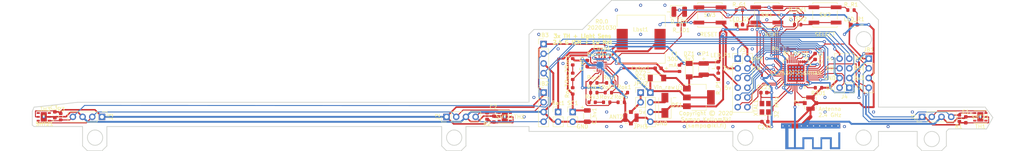
<source format=kicad_pcb>
(kicad_pcb (version 20171130) (host pcbnew 5.1.7-a382d34a8~87~ubuntu18.04.1)
  (title_block (title "Sensor node with RF, 1-wire, and 3x TH PCB") (date 20201028) (rev 0.0) (company "Project Konehuone") (comment 1 "Sampo Kellomäki (sampo@iki.fi)"))
  (layers (0 F.Cu signal) (31 B.Cu signal) (35 F.Paste user) (37 F.SilkS user) (38 B.Mask user) (39 F.Mask user) (44 Edge.Cuts user))
  (net 0 "")
  (net 1 GNDD)
  (net 2 +3V3)
  (net 3 /Power/pwr_3v3)
  (net 4 "Net-(Cref1-Pad1)")
  (net 5 "Net-(D_LD1-Pad2)")
  (net 6 /I2C-SDA1)
  (net 7 /I2C-SCL)
  (net 8 /I2C-SDA2)
  (net 9 /I2C-SDA3)
  (net 10 +5V)
  (net 11 "Net-(Lbst1-Pad2)")
  (net 12 "Net-(LED_G1-Pad2)")
  (net 13 "Net-(LED_P1-Pad2)")
  (net 14 "Net-(LED_R1-Pad2)")
  (net 15 "Net-(R301-Pad2)")
  (net 16 "Net-(R_SW1-Pad2)")
  (net 17 "Net-(R_SW2-Pad2)")
  (net 18 "Net-(Roc1-Pad1)")
  (net 19 "Net-(PwrHarv1-Pad7)")
  (net 20 "Net-(Rov2-Pad1)")
  (net 21 "Net-(XTAL1-Pad4)")
  (net 22 "Net-(XTAL1-Pad2)")
  (net 23 "Net-(TH1-Pad4)")
  (net 24 "Net-(TH1-Pad3)")
  (net 25 "Net-(TH2-Pad4)")
  (net 26 "Net-(TH2-Pad3)")
  (net 27 "Net-(TH3-Pad4)")
  (net 28 "Net-(TH3-Pad3)")
  (net 29 /LDET)
  (net 30 /DEBUG_DATA)
  (net 31 /RX)
  (net 32 /RST_N)
  (net 33 /DEBUG_CLK)
  (net 34 /TX)
  (net 35 /P0_5)
  (net 36 /P0_4)
  (net 37 /P0_1)
  (net 38 /P0_0)
  (net 39 /P1_3)
  (net 40 /SS1)
  (net 41 /CLK)
  (net 42 /MOSI)
  (net 43 /MISO)
  (net 44 /LED_G_AN)
  (net 45 /LED_R_AN)
  (net 46 /KEYSN)
  (net 47 /ANT_P)
  (net 48 /XTAL1)
  (net 49 /XTAL2)
  (net 50 "Net-(ANT2-Pad1)")
  (net 51 /BYP1v8)
  (net 52 "Net-(DS1-Pad2)")
  (net 53 /Power/Vbat)
  (net 54 /Power/Vin_raw)
  (net 55 /Power/OKP)
  (net 56 /Power/OKH)
  (net 57 /Power/UV)
  (net 58 /Power/OV)
  (net 59 /Power/OC)
  (module Diode_SMD:D_SMA (layer F.Cu) (at 189.23 144.2975 90)
    (fp_text reference DS1 (at 0.066569 3.15549 180) (layer F.SilkS))
    (fp_text value Schottky)
    (pad 2 smd rect (at 2 0 90) (size 2.5 1.8) (layers F.Cu F.Paste F.Mask) (net 52 "Net-(DS1-Pad2)"))
    (pad 1 smd rect (at -2 0 90) (size 2.5 1.8) (layers F.Cu F.Paste F.Mask) (net 10 +5V))
  )
  (module Resistor_SMD:R_0603_1608Metric (layer F.Cu) (at 193.04 134.62 270)
    (fp_text reference F1 (at -3.81 1.27 180) (layer F.SilkS))
    (fp_text value "300mA polyfuse")
    (pad 2 smd roundrect (at 0.825 0 270) (size 0.8 0.95) (layers F.Cu F.Paste F.Mask) (net 3 /Power/pwr_3v3))
    (pad 1 smd roundrect (at -0.825 0 270) (size 0.8 0.95) (layers F.Cu F.Paste F.Mask) (net 2 +3V3))
  )
  (module Connector_PinHeader_2.54mm:PinHeader_1x04_P2.54mm_Vertical (layer F.Cu) (at 185.42 140.97)
    (fp_text reference JPH3 (at -2.54 8.89) (layer F.SilkS))
    (fp_text value Hdr)
    (pad 4 thru_hole oval (at 0 7.62) (size 1.7 1.7) (drill 1) (layers *.Cu *.Mask) (net 1 GNDD))
    (pad 3 thru_hole oval (at 0 5.08) (size 1.7 1.7) (drill 1) (layers *.Cu *.Mask) (net 10 +5V))
    (pad 2 thru_hole oval (at 0 2.54) (size 1.7 1.7) (drill 1) (layers *.Cu *.Mask) (net 52 "Net-(DS1-Pad2)"))
    (pad 1 thru_hole rect (at 0 0) (size 1.7 1.7) (drill 1) (layers *.Cu *.Mask) (net 54 /Power/Vin_raw))
  )
  (module Connector_PinHeader_2.54mm:PinHeader_1x02_P2.54mm_Vertical (layer F.Cu) (at 182.88 140.97)
    (fp_text reference JPH2 (at 0 -2.33) (layer F.SilkS))
    (fp_text value Hdr)
    (pad 2 thru_hole oval (at 0 2.54) (size 1.7 1.7) (drill 1) (layers *.Cu *.Mask) (net 50 "Net-(ANT2-Pad1)"))
    (pad 1 thru_hole rect (at 0 0) (size 1.7 1.7) (drill 1) (layers *.Cu *.Mask) (net 50 "Net-(ANT2-Pad1)"))
  )
  (module Diode_SMD:D_MiniMELF (layer F.Cu) (at 187.17 137.16)
    (fp_text reference DZ2 (at -4.29 -1.27) (layer F.SilkS))
    (fp_text value 3v3)
    (pad 2 smd rect (at 1.75 0) (size 1.3 1.7) (layers F.Cu F.Paste F.Mask) (net 1 GNDD))
    (pad 1 smd rect (at -1.75 0) (size 1.3 1.7) (layers F.Cu F.Paste F.Mask) (net 54 /Power/Vin_raw))
  )
  (module Connector_Coaxial:U.FL_Molex_MCRF_73412-0110_Vertical (layer F.Cu) (at 180.34 147.55 180)
    (fp_text reference ANT2 (at 3.81 0.23) (layer F.SilkS))
    (fp_text value U.FL)
    (pad 1 smd rect (at 0 1.5 180) (size 1 1) (layers F.Cu F.Paste F.Mask) (net 50 "Net-(ANT2-Pad1)"))
    (pad 2 smd rect (at 0 -1.5 180) (size 1 1) (layers F.Cu F.Paste F.Mask) (net 1 GNDD))
    (pad 2 smd rect (at 1.475 0 180) (size 1.05 2.2) (layers F.Cu F.Paste F.Mask) (net 1 GNDD))
    (pad 2 smd rect (at -1.475 0 180) (size 1.05 2.2) (layers F.Cu F.Paste F.Mask) (net 1 GNDD))
  )
  (module Connector_PinHeader_2.54mm:PinHeader_2x04_P2.54mm_Vertical (layer F.Cu) (at 237.49 139.7 180)
    (fp_text reference J4 (at 1.27 -2.33) (layer F.SilkS))
    (fp_text value "Debug port")
    (pad 8 thru_hole oval (at 2.54 7.62 180) (size 1.7 1.7) (drill 1) (layers *.Cu *.Mask) (net 10 +5V))
    (pad 7 thru_hole oval (at 0 7.62 180) (size 1.7 1.7) (drill 1) (layers *.Cu *.Mask) (net 31 /RX))
    (pad 6 thru_hole oval (at 2.54 5.08 180) (size 1.7 1.7) (drill 1) (layers *.Cu *.Mask) (net 30 /DEBUG_DATA))
    (pad 5 thru_hole oval (at 0 5.08 180) (size 1.7 1.7) (drill 1) (layers *.Cu *.Mask) (net 32 /RST_N))
    (pad 4 thru_hole oval (at 2.54 2.54 180) (size 1.7 1.7) (drill 1) (layers *.Cu *.Mask) (net 1 GNDD))
    (pad 3 thru_hole oval (at 0 2.54 180) (size 1.7 1.7) (drill 1) (layers *.Cu *.Mask) (net 2 +3V3))
    (pad 2 thru_hole oval (at 2.54 0 180) (size 1.7 1.7) (drill 1) (layers *.Cu *.Mask) (net 33 /DEBUG_CLK))
    (pad 1 thru_hole rect (at 0 0 180) (size 1.7 1.7) (drill 1) (layers *.Cu *.Mask) (net 34 /TX))
  )
  (module Connector_PinHeader_2.54mm:PinHeader_1x04_P2.54mm_Vertical (layer F.Cu) (at 242.57 132.08)
    (fp_text reference JB1 (at 0 -2.33) (layer F.SilkS))
    (fp_text value I2C)
    (pad 4 thru_hole oval (at 0 7.62) (size 1.7 1.7) (drill 1) (layers *.Cu *.Mask) (net 6 /I2C-SDA1))
    (pad 3 thru_hole oval (at 0 5.08) (size 1.7 1.7) (drill 1) (layers *.Cu *.Mask) (net 1 GNDD))
    (pad 2 thru_hole oval (at 0 2.54) (size 1.7 1.7) (drill 1) (layers *.Cu *.Mask) (net 7 /I2C-SCL))
    (pad 1 thru_hole rect (at 0 0) (size 1.7 1.7) (drill 1) (layers *.Cu *.Mask) (net 2 +3V3))
  )
  (module Connector_PinHeader_2.54mm:PinHeader_1x04_P2.54mm_Vertical (layer F.Cu) (at 256.54 147.32 90)
    (fp_text reference J1 (at 0 -2.33 90) (layer F.SilkS))
    (fp_text value I2C)
    (pad 4 thru_hole oval (at 0 7.62 90) (size 1.7 1.7) (drill 1) (layers *.Cu *.Mask) (net 6 /I2C-SDA1))
    (pad 3 thru_hole oval (at 0 5.08 90) (size 1.7 1.7) (drill 1) (layers *.Cu *.Mask) (net 1 GNDD))
    (pad 2 thru_hole oval (at 0 2.54 90) (size 1.7 1.7) (drill 1) (layers *.Cu *.Mask) (net 7 /I2C-SCL))
    (pad 1 thru_hole rect (at 0 0 90) (size 1.7 1.7) (drill 1) (layers *.Cu *.Mask) (net 2 +3V3))
  )
  (module Connector_PinHeader_2.54mm:PinHeader_1x04_P2.54mm_Vertical (layer F.Cu) (at 157.48 128.27)
    (fp_text reference JB3 (at 0 -2.33) (layer F.SilkS))
    (fp_text value I2C)
    (pad 4 thru_hole oval (at 0 7.62) (size 1.7 1.7) (drill 1) (layers *.Cu *.Mask) (net 9 /I2C-SDA3))
    (pad 3 thru_hole oval (at 0 5.08) (size 1.7 1.7) (drill 1) (layers *.Cu *.Mask) (net 1 GNDD))
    (pad 2 thru_hole oval (at 0 2.54) (size 1.7 1.7) (drill 1) (layers *.Cu *.Mask) (net 7 /I2C-SCL))
    (pad 1 thru_hole rect (at 0 0) (size 1.7 1.7) (drill 1) (layers *.Cu *.Mask) (net 2 +3V3))
  )
  (module Connector_PinHeader_2.54mm:PinHeader_1x04_P2.54mm_Vertical (layer F.Cu) (at 157.48 140.97)
    (fp_text reference JB2 (at 0 -2.33) (layer F.SilkS))
    (fp_text value I2C)
    (pad 4 thru_hole oval (at 0 7.62) (size 1.7 1.7) (drill 1) (layers *.Cu *.Mask) (net 8 /I2C-SDA2))
    (pad 3 thru_hole oval (at 0 5.08) (size 1.7 1.7) (drill 1) (layers *.Cu *.Mask) (net 1 GNDD))
    (pad 2 thru_hole oval (at 0 2.54) (size 1.7 1.7) (drill 1) (layers *.Cu *.Mask) (net 7 /I2C-SCL))
    (pad 1 thru_hole rect (at 0 0) (size 1.7 1.7) (drill 1) (layers *.Cu *.Mask) (net 2 +3V3))
  )
  (module Connector_Coaxial:U.FL_Molex_MCRF_73412-0110_Vertical (layer F.Cu) (at 227.33 143.715 270)
    (fp_text reference J7 (at 0 3.5 90) (layer F.SilkS))
    (fp_text value U.FL)
    (pad 1 smd rect (at 0 1.5 270) (size 1 1) (layers F.Cu F.Paste F.Mask) (net 47 /ANT_P))
    (pad 2 smd rect (at 0 -1.5 270) (size 1 1) (layers F.Cu F.Paste F.Mask) (net 1 GNDD))
    (pad 2 smd rect (at 1.475 0 270) (size 1.05 2.2) (layers F.Cu F.Paste F.Mask) (net 1 GNDD))
    (pad 2 smd rect (at -1.475 0 270) (size 1.05 2.2) (layers F.Cu F.Paste F.Mask) (net 1 GNDD))
  )
  (module Package_TO_SOT_SMD:SOT-223-3_TabPin2 (layer F.Cu) (at 198.12 142.24)
    (fp_text reference U1 (at -5.08 -2.54) (layer F.SilkS))
    (fp_text value AMS1117-3.3)
    (pad 1 smd rect (at -3.15 -2.3) (size 2 1.5) (layers F.Cu F.Paste F.Mask) (net 1 GNDD))
    (pad 3 smd rect (at -3.15 2.3) (size 2 1.5) (layers F.Cu F.Paste F.Mask) (net 10 +5V))
    (pad 2 smd rect (at -3.15 0) (size 2 1.5) (layers F.Cu F.Paste F.Mask) (net 54 /Power/Vin_raw))
    (pad 2 smd rect (at 3.15 0) (size 2 3.8) (layers F.Cu F.Paste F.Mask) (net 54 /Power/Vin_raw))
  )
  (module MyAntennas:SWRA117D (layer B.Cu) (at 227.33 152.4)
    (fp_text reference ANT1 (at -4.2 4.36) (layer B.SilkS) (effects (font (size 0.7 0.7) (thickness 0.07)) (justify mirror)))
    (fp_text value SWRA117D (at 2.06 4.38) (layer B.SilkS) (effects (font (size 0.7 0.7) (thickness 0.07)) (justify mirror)))
    (fp_poly (pts (xy 7.789334 -3.387333) (xy -7.704666 -3.387333) (xy -7.704666 -2.032667) (xy 7.789334 -2.032667) (xy 7.789334 -3.387333)) (layer F.Cu) (width 0.01))
    (fp_poly (pts (xy 7.789334 -3.386667) (xy -3.217333 -3.386667) (xy -3.217333 -2.032) (xy 7.789334 -2.032) (xy 7.789334 -3.386667)) (layer B.Cu) (width 0.01))
    (fp_poly (pts (xy -1.608666 0.762) (xy 0.423334 0.762) (xy 0.423334 3.386666) (xy 3.048 3.386666) (xy 3.048 0.762) (xy 5.08 0.762) (xy 5.08 3.386666) (xy 7.789334 3.386666) (xy 7.789334 -1.016) (xy 7.281334 -1.016) (xy 7.281334 2.878666) (xy 5.588 2.878666) (xy 5.588 0.254) (xy 2.624667 0.254) (xy 2.624667 2.878666) (xy 0.846667 2.878666) (xy 0.846667 0.254) (xy -2.116666 0.254) (xy -2.116666 2.878666) (xy -3.81 2.878666) (xy -3.81 -3.386667) (xy -4.318 -3.386667) (xy -4.318 2.878666) (xy -5.757333 2.878666) (xy -5.757333 -2.032) (xy -4.910666 -2.032) (xy -4.910666 -3.386667) (xy -7.704666 -3.386667) (xy -7.704666 -2.032) (xy -6.604 -2.032) (xy -6.604 3.386666) (xy -1.608666 3.386666) (xy -1.608666 0.762)) (layer B.Cu) (width 0.01))
    (pad 1 smd circle (at -4.06 -3.18) (size 0.4 0.4) (layers B.Cu B.Paste) (net 47 /ANT_P))
    (pad "" thru_hole circle (at 7.2 -2.71) (size 0.5 0.5) (drill 0.3) (layers *.Cu *.Mask))
    (pad "" thru_hole circle (at 5.6 -2.71) (size 0.5 0.5) (drill 0.3) (layers *.Cu *.Mask))
    (pad "" thru_hole circle (at 4 -2.71) (size 0.5 0.5) (drill 0.3) (layers *.Cu *.Mask))
    (pad "" thru_hole circle (at 2.4 -2.71) (size 0.5 0.5) (drill 0.3) (layers *.Cu *.Mask))
    (pad "" thru_hole circle (at 0.8 -2.71) (size 0.5 0.5) (drill 0.3) (layers *.Cu *.Mask))
    (pad "" thru_hole circle (at -0.8 -2.71) (size 0.5 0.5) (drill 0.3) (layers *.Cu *.Mask))
    (pad 2 thru_hole circle (at -2.4 -2.71) (size 0.5 0.5) (drill 0.3) (layers *.Cu *.Mask) (net 1 GNDD))
    (pad "" thru_hole circle (at -7.2 -2.71) (size 0.5 0.5) (drill 0.3) (layers *.Cu *.Mask))
    (pad "" thru_hole circle (at -5.61 -2.71) (size 0.5 0.5) (drill 0.3) (layers *.Cu *.Mask))
  )
  (module Package_DFN_QFN:QFN-16-1EP_3x3mm_P0.5mm_EP1.75x1.75mm_ThermalVias (layer F.Cu) (at 172.28 133.79)
    (fp_text reference PwrHarv1 (at 0 -2.8) (layer F.SilkS))
    (fp_text value BQ25504)
    (pad 17 smd rect (at 0 0) (size 1.75 1.75) (layers B.Cu) (net 1 GNDD))
    (pad 17 thru_hole circle (at 0.625 0.625) (size 0.5 0.5) (drill 0.2) (layers *.Cu) (net 1 GNDD))
    (pad 17 thru_hole circle (at -0.625 0.625) (size 0.5 0.5) (drill 0.2) (layers *.Cu) (net 1 GNDD))
    (pad 17 thru_hole circle (at 0.625 -0.625) (size 0.5 0.5) (drill 0.2) (layers *.Cu) (net 1 GNDD))
    (pad 17 thru_hole circle (at -0.625 -0.625) (size 0.5 0.5) (drill 0.2) (layers *.Cu) (net 1 GNDD))
    (pad 17 smd rect (at 0 0) (size 1.75 1.75) (layers F.Cu F.Mask) (net 1 GNDD))
    (pad 16 smd roundrect (at -0.75 -1.4625) (size 0.25 0.775) (layers F.Cu F.Paste F.Mask) (net 11 "Net-(Lbst1-Pad2)"))
    (pad 15 smd roundrect (at -0.25 -1.4625) (size 0.25 0.775) (layers F.Cu F.Paste F.Mask) (net 3 /Power/pwr_3v3))
    (pad 14 smd roundrect (at 0.25 -1.4625) (size 0.25 0.775) (layers F.Cu F.Paste F.Mask) (net 53 /Power/Vbat))
    (pad 13 smd roundrect (at 0.75 -1.4625) (size 0.25 0.775) (layers F.Cu F.Paste F.Mask) (net 1 GNDD))
    (pad 12 smd roundrect (at 1.4625 -0.75) (size 0.775 0.25) (layers F.Cu F.Paste F.Mask) (net 1 GNDD))
    (pad 11 smd roundrect (at 1.4625 -0.25) (size 0.775 0.25) (layers F.Cu F.Paste F.Mask) (net 32 /RST_N))
    (pad 10 smd roundrect (at 1.4625 0.25) (size 0.775 0.25) (layers F.Cu F.Paste F.Mask) (net 55 /Power/OKP))
    (pad 9 smd roundrect (at 1.4625 0.75) (size 0.775 0.25) (layers F.Cu F.Paste F.Mask) (net 56 /Power/OKH))
    (pad 8 smd roundrect (at 0.75 1.4625) (size 0.25 0.775) (layers F.Cu F.Paste F.Mask) (net 57 /Power/UV))
    (pad 7 smd roundrect (at 0.25 1.4625) (size 0.25 0.775) (layers F.Cu F.Paste F.Mask) (net 19 "Net-(PwrHarv1-Pad7)"))
    (pad 6 smd roundrect (at -0.25 1.4625) (size 0.25 0.775) (layers F.Cu F.Paste F.Mask) (net 58 /Power/OV))
    (pad 5 smd roundrect (at -0.75 1.4625) (size 0.25 0.775) (layers F.Cu F.Paste F.Mask) (net 1 GNDD))
    (pad 4 smd roundrect (at -1.4625 0.75) (size 0.775 0.25) (layers F.Cu F.Paste F.Mask) (net 4 "Net-(Cref1-Pad1)"))
    (pad 3 smd roundrect (at -1.4625 0.25) (size 0.775 0.25) (layers F.Cu F.Paste F.Mask) (net 59 /Power/OC))
    (pad 2 smd roundrect (at -1.4625 -0.25) (size 0.775 0.25) (layers F.Cu F.Paste F.Mask) (net 54 /Power/Vin_raw))
    (pad 1 smd roundrect (at -1.4625 -0.75) (size 0.775 0.25) (layers F.Cu F.Paste F.Mask) (net 1 GNDD))
  )
  (module Libraries:SHT21 (layer F.Cu) (at 26.67 147.32 180)
    (fp_text reference TH3 (at -0.404878 2.008798) (layer F.SilkS))
    (fp_text value SHT21 (at -0.18341 -1.874983) (layer F.SilkS))
    (fp_text user * (at 0 0) (layer F.SilkS))
    (pad 7 smd rect (at 0 0 180) (size 1.6002 2.4892) (layers F.Cu F.Paste F.Mask) (net 1 GNDD))
    (pad 6 smd rect (at 1.4478 -1.000001 180) (size 0.8128 0.4572) (layers F.Cu F.Paste F.Mask) (net 7 /I2C-SCL))
    (pad 5 smd rect (at 1.4478 0 180) (size 0.8128 0.4572) (layers F.Cu F.Paste F.Mask) (net 2 +3V3))
    (pad 4 smd rect (at 1.4478 1.000001 180) (size 0.8128 0.4572) (layers F.Cu F.Paste F.Mask) (net 27 "Net-(TH3-Pad4)"))
    (pad 3 smd rect (at -1.4478 1.000001 180) (size 0.8128 0.4572) (layers F.Cu F.Paste F.Mask) (net 28 "Net-(TH3-Pad3)"))
    (pad 2 smd rect (at -1.4478 0 180) (size 0.8128 0.4572) (layers F.Cu F.Paste F.Mask) (net 1 GNDD))
    (pad 1 smd rect (at -1.4478 -1.000001 180) (size 0.8128 0.4572) (layers F.Cu F.Paste F.Mask) (net 9 /I2C-SDA3))
  )
  (module Libraries:SHT21 (layer F.Cu) (at 147.32 147.32)
    (fp_text reference TH2 (at 3.81 0) (layer F.SilkS))
    (fp_text value SHT21 (at 0 0) (layer F.SilkS))
    (fp_text user * (at 0 0) (layer F.SilkS))
    (pad 7 smd rect (at 0 0) (size 1.6002 2.4892) (layers F.Cu F.Paste F.Mask) (net 1 GNDD))
    (pad 6 smd rect (at 1.4478 -1.000001) (size 0.8128 0.4572) (layers F.Cu F.Paste F.Mask) (net 7 /I2C-SCL))
    (pad 5 smd rect (at 1.4478 0) (size 0.8128 0.4572) (layers F.Cu F.Paste F.Mask) (net 2 +3V3))
    (pad 4 smd rect (at 1.4478 1.000001) (size 0.8128 0.4572) (layers F.Cu F.Paste F.Mask) (net 25 "Net-(TH2-Pad4)"))
    (pad 3 smd rect (at -1.4478 1.000001) (size 0.8128 0.4572) (layers F.Cu F.Paste F.Mask) (net 26 "Net-(TH2-Pad3)"))
    (pad 2 smd rect (at -1.4478 0) (size 0.8128 0.4572) (layers F.Cu F.Paste F.Mask) (net 1 GNDD))
    (pad 1 smd rect (at -1.4478 -1.000001) (size 0.8128 0.4572) (layers F.Cu F.Paste F.Mask) (net 8 /I2C-SDA2))
  )
  (module Libraries:SHT21 (layer F.Cu) (at 271.78 147.32)
    (fp_text reference TH1 (at 0 2.54) (layer F.SilkS))
    (fp_text value SHT21 (at 0 0) (layer F.SilkS))
    (fp_text user * (at 0 0) (layer F.SilkS))
    (pad 7 smd rect (at 0 0) (size 1.6002 2.4892) (layers F.Cu F.Paste F.Mask) (net 1 GNDD))
    (pad 6 smd rect (at 1.4478 -1.000001) (size 0.8128 0.4572) (layers F.Cu F.Paste F.Mask) (net 7 /I2C-SCL))
    (pad 5 smd rect (at 1.4478 0) (size 0.8128 0.4572) (layers F.Cu F.Paste F.Mask) (net 2 +3V3))
    (pad 4 smd rect (at 1.4478 1.000001) (size 0.8128 0.4572) (layers F.Cu F.Paste F.Mask) (net 23 "Net-(TH1-Pad4)"))
    (pad 3 smd rect (at -1.4478 1.000001) (size 0.8128 0.4572) (layers F.Cu F.Paste F.Mask) (net 24 "Net-(TH1-Pad3)"))
    (pad 2 smd rect (at -1.4478 0) (size 0.8128 0.4572) (layers F.Cu F.Paste F.Mask) (net 1 GNDD))
    (pad 1 smd rect (at -1.4478 -1.000001) (size 0.8128 0.4572) (layers F.Cu F.Paste F.Mask) (net 6 /I2C-SDA1))
  )
  (module Libraries:CC2530F256RHAR (layer F.Cu) (at 223.52 135.89 270)
    (fp_text reference RF_MCU1 (at -5.08 0 180) (layer F.SilkS))
    (fp_text value CC2530F256RHAR (at 0 0 180) (layer F.SilkS))
    (fp_text user * (at -4.035001 -2.881 90) (layer F.SilkS))
    (fp_text user * (at -4.035001 -2.881 90) (layer F.SilkS))
    (pad V thru_hole circle (at 1.5748 -1.5748 270) (size 0.508 0.508) (drill 0.254) (layers *.Cu *.Mask))
    (pad V thru_hole circle (at 1.5748 -0.7874 270) (size 0.508 0.508) (drill 0.254) (layers *.Cu *.Mask))
    (pad V thru_hole circle (at 1.5748 0 270) (size 0.508 0.508) (drill 0.254) (layers *.Cu *.Mask))
    (pad V thru_hole circle (at 1.5748 0.7874 270) (size 0.508 0.508) (drill 0.254) (layers *.Cu *.Mask))
    (pad V thru_hole circle (at 1.5748 1.5748 270) (size 0.508 0.508) (drill 0.254) (layers *.Cu *.Mask))
    (pad V thru_hole circle (at 0.7874 -1.5748 270) (size 0.508 0.508) (drill 0.254) (layers *.Cu *.Mask))
    (pad V thru_hole circle (at 0.7874 -0.7874 270) (size 0.508 0.508) (drill 0.254) (layers *.Cu *.Mask))
    (pad V thru_hole circle (at 0.7874 0 270) (size 0.508 0.508) (drill 0.254) (layers *.Cu *.Mask))
    (pad V thru_hole circle (at 0.7874 0.7874 270) (size 0.508 0.508) (drill 0.254) (layers *.Cu *.Mask))
    (pad V thru_hole circle (at 0.7874 1.5748 270) (size 0.508 0.508) (drill 0.254) (layers *.Cu *.Mask))
    (pad V thru_hole circle (at 0 -1.5748 270) (size 0.508 0.508) (drill 0.254) (layers *.Cu *.Mask))
    (pad V thru_hole circle (at 0 -0.7874 270) (size 0.508 0.508) (drill 0.254) (layers *.Cu *.Mask))
    (pad V thru_hole circle (at 0 0 270) (size 0.508 0.508) (drill 0.254) (layers *.Cu *.Mask))
    (pad V thru_hole circle (at 0 0.7874 270) (size 0.508 0.508) (drill 0.254) (layers *.Cu *.Mask))
    (pad V thru_hole circle (at 0 1.5748 270) (size 0.508 0.508) (drill 0.254) (layers *.Cu *.Mask))
    (pad V thru_hole circle (at -0.7874 -1.5748 270) (size 0.508 0.508) (drill 0.254) (layers *.Cu *.Mask))
    (pad V thru_hole circle (at -0.7874 -0.7874 270) (size 0.508 0.508) (drill 0.254) (layers *.Cu *.Mask))
    (pad V thru_hole circle (at -0.7874 0 270) (size 0.508 0.508) (drill 0.254) (layers *.Cu *.Mask))
    (pad V thru_hole circle (at -0.7874 0.7874 270) (size 0.508 0.508) (drill 0.254) (layers *.Cu *.Mask))
    (pad V thru_hole circle (at -0.7874 1.5748 270) (size 0.508 0.508) (drill 0.254) (layers *.Cu *.Mask))
    (pad V thru_hole circle (at -1.5748 -1.5748 270) (size 0.508 0.508) (drill 0.254) (layers *.Cu *.Mask))
    (pad V thru_hole circle (at -1.5748 -0.7874 270) (size 0.508 0.508) (drill 0.254) (layers *.Cu *.Mask))
    (pad V thru_hole circle (at -1.5748 0 270) (size 0.508 0.508) (drill 0.254) (layers *.Cu *.Mask))
    (pad V thru_hole circle (at -1.5748 0.7874 270) (size 0.508 0.508) (drill 0.254) (layers *.Cu *.Mask))
    (pad V thru_hole circle (at -1.5748 1.5748 270) (size 0.508 0.508) (drill 0.254) (layers *.Cu *.Mask))
    (pad 41 smd rect (at 0 0 270) (size 4.500001 4.500001) (layers F.Cu F.Paste F.Mask) (net 1 GNDD))
    (pad 40 smd rect (at -2.250567 -2.975 270) (size 0.28 0.85) (layers F.Cu F.Paste F.Mask) (net 51 /BYP1v8))
    (pad 39 smd rect (at -1.750441 -2.975 270) (size 0.28 0.85) (layers F.Cu F.Paste F.Mask) (net 2 +3V3))
    (pad 38 smd rect (at -1.250315 -2.975 270) (size 0.28 0.85) (layers F.Cu F.Paste F.Mask) (net 42 /MOSI))
    (pad 37 smd rect (at -0.750189 -2.975 270) (size 0.28 0.85) (layers F.Cu F.Paste F.Mask) (net 43 /MISO))
    (pad 36 smd rect (at -0.250063 -2.975 270) (size 0.28 0.85) (layers F.Cu F.Paste F.Mask) (net 6 /I2C-SDA1))
    (pad 35 smd rect (at 0.250063 -2.975 270) (size 0.28 0.85) (layers F.Cu F.Paste F.Mask) (net 30 /DEBUG_DATA))
    (pad 34 smd rect (at 0.750189 -2.975 270) (size 0.28 0.85) (layers F.Cu F.Paste F.Mask) (net 33 /DEBUG_CLK))
    (pad 33 smd rect (at 1.250315 -2.975 270) (size 0.28 0.85) (layers F.Cu F.Paste F.Mask) (net 8 /I2C-SDA2))
    (pad 32 smd rect (at 1.750441 -2.975 270) (size 0.28 0.85) (layers F.Cu F.Paste F.Mask) (net 9 /I2C-SDA3))
    (pad 31 smd rect (at 2.250567 -2.975 270) (size 0.28 0.85) (layers F.Cu F.Paste F.Mask) (net 2 +3V3))
    (pad 30 smd rect (at 2.975 -2.250001) (size 0.28 0.85) (layers F.Cu F.Paste F.Mask) (net 15 "Net-(R301-Pad2)"))
    (pad 29 smd rect (at 2.975 -1.749999) (size 0.28 0.85) (layers F.Cu F.Paste F.Mask) (net 2 +3V3))
    (pad 28 smd rect (at 2.975 -1.25) (size 0.28 0.85) (layers F.Cu F.Paste F.Mask) (net 2 +3V3))
    (pad 27 smd rect (at 2.975 -0.750001) (size 0.28 0.85) (layers F.Cu F.Paste F.Mask) (net 2 +3V3))
    (pad 26 smd rect (at 2.975 -0.25) (size 0.28 0.85) (layers F.Cu F.Paste F.Mask) (net 1 GNDD))
    (pad 25 smd rect (at 2.975 0.25) (size 0.28 0.85) (layers F.Cu F.Paste F.Mask) (net 47 /ANT_P))
    (pad 24 smd rect (at 2.975 0.750001) (size 0.28 0.85) (layers F.Cu F.Paste F.Mask) (net 2 +3V3))
    (pad 23 smd rect (at 2.975 1.25) (size 0.28 0.85) (layers F.Cu F.Paste F.Mask) (net 49 /XTAL2))
    (pad 22 smd rect (at 2.975 1.749999) (size 0.28 0.85) (layers F.Cu F.Paste F.Mask) (net 48 /XTAL1))
    (pad 21 smd rect (at 2.975 2.250001) (size 0.28 0.85) (layers F.Cu F.Paste F.Mask) (net 2 +3V3))
    (pad 20 smd rect (at 2.250567 2.975 270) (size 0.28 0.85) (layers F.Cu F.Paste F.Mask) (net 32 /RST_N))
    (pad 19 smd rect (at 1.750441 2.975 270) (size 0.28 0.85) (layers F.Cu F.Paste F.Mask) (net 38 /P0_0))
    (pad 18 smd rect (at 1.250315 2.975 270) (size 0.28 0.85) (layers F.Cu F.Paste F.Mask) (net 37 /P0_1))
    (pad 17 smd rect (at 0.750189 2.975 270) (size 0.28 0.85) (layers F.Cu F.Paste F.Mask) (net 31 /RX))
    (pad 16 smd rect (at 0.250063 2.975 270) (size 0.28 0.85) (layers F.Cu F.Paste F.Mask) (net 34 /TX))
    (pad 15 smd rect (at -0.250063 2.975 270) (size 0.28 0.85) (layers F.Cu F.Paste F.Mask) (net 36 /P0_4))
    (pad 14 smd rect (at -0.750189 2.975 270) (size 0.28 0.85) (layers F.Cu F.Paste F.Mask) (net 35 /P0_5))
    (pad 13 smd rect (at -1.250315 2.975 270) (size 0.28 0.85) (layers F.Cu F.Paste F.Mask) (net 46 /KEYSN))
    (pad 12 smd rect (at -1.750441 2.975 270) (size 0.28 0.85) (layers F.Cu F.Paste F.Mask) (net 29 /LDET))
    (pad 11 smd rect (at -2.250567 2.975 270) (size 0.28 0.85) (layers F.Cu F.Paste F.Mask) (net 45 /LED_R_AN))
    (pad 10 smd rect (at -2.975 2.250001) (size 0.28 0.85) (layers F.Cu F.Paste F.Mask) (net 2 +3V3))
    (pad 9 smd rect (at -2.975 1.749999) (size 0.28 0.85) (layers F.Cu F.Paste F.Mask) (net 44 /LED_G_AN))
    (pad 8 smd rect (at -2.975 1.25) (size 0.28 0.85) (layers F.Cu F.Paste F.Mask) (net 7 /I2C-SCL))
    (pad 7 smd rect (at -2.975 0.750001) (size 0.28 0.85) (layers F.Cu F.Paste F.Mask) (net 39 /P1_3))
    (pad 6 smd rect (at -2.975 0.25) (size 0.28 0.85) (layers F.Cu F.Paste F.Mask) (net 40 /SS1))
    (pad 5 smd rect (at -2.975 -0.25) (size 0.28 0.85) (layers F.Cu F.Paste F.Mask) (net 41 /CLK))
    (pad 4 smd rect (at -2.975 -0.750001) (size 0.28 0.85) (layers F.Cu F.Paste F.Mask) (net 1 GNDD))
    (pad 3 smd rect (at -2.975 -1.25) (size 0.28 0.85) (layers F.Cu F.Paste F.Mask) (net 1 GNDD))
    (pad 2 smd rect (at -2.975 -1.749999) (size 0.28 0.85) (layers F.Cu F.Paste F.Mask) (net 1 GNDD))
    (pad 1 smd rect (at -2.975 -2.250001) (size 0.28 0.85) (layers F.Cu F.Paste F.Mask) (net 1 GNDD))
  )
  (module Crystal:Crystal_SMD_3225-4Pin_3.2x2.5mm (layer F.Cu) (at 215.48 144.95 90)
    (fp_text reference XTAL1 (at 0 -2.45 90) (layer F.SilkS))
    (fp_text value 32MHz)
    (pad 4 smd rect (at -1.1 -0.85 90) (size 1.4 1.2) (layers F.Cu F.Paste F.Mask) (net 21 "Net-(XTAL1-Pad4)"))
    (pad 3 smd rect (at 1.1 -0.85 90) (size 1.4 1.2) (layers F.Cu F.Paste F.Mask) (net 48 /XTAL1))
    (pad 2 smd rect (at 1.1 0.85 90) (size 1.4 1.2) (layers F.Cu F.Paste F.Mask) (net 22 "Net-(XTAL1-Pad2)"))
    (pad 1 smd rect (at -1.1 0.85 90) (size 1.4 1.2) (layers F.Cu F.Paste F.Mask) (net 49 /XTAL2))
  )
  (module Button_Switch_SMD:SW_Push_1P1T_NO_CK_KSC6xxJ (layer F.Cu) (at 201.02 120.65)
    (fp_text reference SW3 (at -0.043725 0) (layer F.SilkS))
    (fp_text value Reset)
    (pad 2 smd rect (at 2.9 2) (size 2.8 1) (layers F.Cu F.Paste F.Mask) (net 1 GNDD))
    (pad 2 smd rect (at -2.9 2) (size 2.8 1) (layers F.Cu F.Paste F.Mask) (net 1 GNDD))
    (pad 1 smd rect (at 2.9 -2) (size 2.8 1) (layers F.Cu F.Paste F.Mask) (net 32 /RST_N))
    (pad 1 smd rect (at -2.9 -2) (size 2.8 1) (layers F.Cu F.Paste F.Mask) (net 32 /RST_N))
  )
  (module Button_Switch_SMD:SW_Push_1P1T_NO_CK_KSC6xxJ (layer F.Cu) (at 231.14 120.65)
    (fp_text reference SW2 (at 0 0) (layer F.SilkS))
    (fp_text value Select)
    (pad 2 smd rect (at 2.9 2) (size 2.8 1) (layers F.Cu F.Paste F.Mask) (net 17 "Net-(R_SW2-Pad2)"))
    (pad 2 smd rect (at -2.9 2) (size 2.8 1) (layers F.Cu F.Paste F.Mask) (net 17 "Net-(R_SW2-Pad2)"))
    (pad 1 smd rect (at 2.9 -2) (size 2.8 1) (layers F.Cu F.Paste F.Mask) (net 45 /LED_R_AN))
    (pad 1 smd rect (at -2.9 -2) (size 2.8 1) (layers F.Cu F.Paste F.Mask) (net 45 /LED_R_AN))
  )
  (module Button_Switch_SMD:SW_Push_1P1T_NO_CK_KSC6xxJ (layer F.Cu) (at 215.9 120.65)
    (fp_text reference SW1 (at 0 0) (layer F.SilkS))
    (fp_text value Next)
    (pad 2 smd rect (at 2.9 2) (size 2.8 1) (layers F.Cu F.Paste F.Mask) (net 16 "Net-(R_SW1-Pad2)"))
    (pad 2 smd rect (at -2.9 2) (size 2.8 1) (layers F.Cu F.Paste F.Mask) (net 16 "Net-(R_SW1-Pad2)"))
    (pad 1 smd rect (at 2.9 -2) (size 2.8 1) (layers F.Cu F.Paste F.Mask) (net 45 /LED_R_AN))
    (pad 1 smd rect (at -2.9 -2) (size 2.8 1) (layers F.Cu F.Paste F.Mask) (net 45 /LED_R_AN))
  )
  (module Connector_PinHeader_2.54mm:PinHeader_1x02_P2.54mm_Vertical (layer F.Cu) (at 165.1 146.05)
    (fp_text reference SC1 (at 0 -2.33) (layer F.SilkS))
    (fp_text value 0v6)
    (pad 2 thru_hole oval (at 0 2.54) (size 1.7 1.7) (drill 1) (layers *.Cu *.Mask) (net 1 GNDD))
    (pad 1 thru_hole rect (at 0 0) (size 1.7 1.7) (drill 1) (layers *.Cu *.Mask) (net 54 /Power/Vin_raw))
  )
  (module Resistor_SMD:R_0603_1608Metric (layer F.Cu) (at 170.625 138.43)
    (fp_text reference Ruv2 (at 0 -1.43) (layer F.SilkS))
    (fp_text value 5M1)
    (pad 2 smd roundrect (at 0.825 0) (size 0.8 0.95) (layers F.Cu F.Paste F.Mask) (net 57 /Power/UV))
    (pad 1 smd roundrect (at -0.825 0) (size 0.8 0.95) (layers F.Cu F.Paste F.Mask) (net 19 "Net-(PwrHarv1-Pad7)"))
  )
  (module Resistor_SMD:R_0603_1608Metric (layer F.Cu) (at 174.815 138.43)
    (fp_text reference Ruv1 (at 0 -1.43) (layer F.SilkS))
    (fp_text value 4M7)
    (pad 2 smd roundrect (at 0.825 0) (size 0.8 0.95) (layers F.Cu F.Paste F.Mask) (net 1 GNDD))
    (pad 1 smd roundrect (at -0.825 0) (size 0.8 0.95) (layers F.Cu F.Paste F.Mask) (net 57 /Power/UV))
  )
  (module Resistor_SMD:R_0603_1608Metric (layer F.Cu) (at 170.18 143.51)
    (fp_text reference Rov3 (at 0 -1.43) (layer F.SilkS))
    (fp_text value 1M5)
    (pad 2 smd roundrect (at 0.825 0) (size 0.8 0.95) (layers F.Cu F.Paste F.Mask) (net 20 "Net-(Rov2-Pad1)"))
    (pad 1 smd roundrect (at -0.825 0) (size 0.8 0.95) (layers F.Cu F.Paste F.Mask) (net 19 "Net-(PwrHarv1-Pad7)"))
  )
  (module Resistor_SMD:R_0603_1608Metric (layer F.Cu) (at 173.99 143.51)
    (fp_text reference Rov2 (at 0 -1.43) (layer F.SilkS))
    (fp_text value 2M2)
    (pad 2 smd roundrect (at 0.825 0) (size 0.8 0.95) (layers F.Cu F.Paste F.Mask) (net 58 /Power/OV))
    (pad 1 smd roundrect (at -0.825 0) (size 0.8 0.95) (layers F.Cu F.Paste F.Mask) (net 20 "Net-(Rov2-Pad1)"))
  )
  (module Resistor_SMD:R_0603_1608Metric (layer F.Cu) (at 177.8 143.51)
    (fp_text reference Rov1 (at 0 -1.43) (layer F.SilkS))
    (fp_text value 5M1)
    (pad 2 smd roundrect (at 0.825 0) (size 0.8 0.95) (layers F.Cu F.Paste F.Mask) (net 1 GNDD))
    (pad 1 smd roundrect (at -0.825 0) (size 0.8 0.95) (layers F.Cu F.Paste F.Mask) (net 58 /Power/OV))
  )
  (module Resistor_SMD:R_0603_1608Metric (layer F.Cu) (at 170.625 140.97)
    (fp_text reference Rok3 (at 0 -1.43) (layer F.SilkS))
    (fp_text value 1M)
    (pad 2 smd roundrect (at 0.825 0) (size 0.8 0.95) (layers F.Cu F.Paste F.Mask) (net 56 /Power/OKH))
    (pad 1 smd roundrect (at -0.825 0) (size 0.8 0.95) (layers F.Cu F.Paste F.Mask) (net 19 "Net-(PwrHarv1-Pad7)"))
  )
  (module Resistor_SMD:R_0603_1608Metric (layer F.Cu) (at 174.435 140.97)
    (fp_text reference Rok2 (at 0 -1.43) (layer F.SilkS))
    (fp_text value 5M1)
    (pad 2 smd roundrect (at 0.825 0) (size 0.8 0.95) (layers F.Cu F.Paste F.Mask) (net 55 /Power/OKP))
    (pad 1 smd roundrect (at -0.825 0) (size 0.8 0.95) (layers F.Cu F.Paste F.Mask) (net 56 /Power/OKH))
  )
  (module Resistor_SMD:R_0603_1608Metric (layer F.Cu) (at 178.625 140.97)
    (fp_text reference Rok1 (at 0 -1.43) (layer F.SilkS))
    (fp_text value 5M1)
    (pad 2 smd roundrect (at 0.825 0) (size 0.8 0.95) (layers F.Cu F.Paste F.Mask) (net 1 GNDD))
    (pad 1 smd roundrect (at -0.825 0) (size 0.8 0.95) (layers F.Cu F.Paste F.Mask) (net 55 /Power/OKP))
  )
  (module Resistor_SMD:R_0603_1608Metric (layer F.Cu) (at 165.1 140.525 90)
    (fp_text reference Roc3 (at 0 -1.43 90) (layer F.SilkS))
    (fp_text value 4M7)
    (pad 2 smd roundrect (at 0.825 0 90) (size 0.8 0.95) (layers F.Cu F.Paste F.Mask) (net 59 /Power/OC))
    (pad 1 smd roundrect (at -0.825 0 90) (size 0.8 0.95) (layers F.Cu F.Paste F.Mask) (net 54 /Power/Vin_raw))
  )
  (module Resistor_SMD:R_0603_1608Metric (layer F.Cu) (at 165.1 136.715 90)
    (fp_text reference Roc2 (at 0 -1.43 90) (layer F.SilkS))
    (fp_text value 5M1)
    (pad 2 smd roundrect (at 0.825 0 90) (size 0.8 0.95) (layers F.Cu F.Paste F.Mask) (net 18 "Net-(Roc1-Pad1)"))
    (pad 1 smd roundrect (at -0.825 0 90) (size 0.8 0.95) (layers F.Cu F.Paste F.Mask) (net 59 /Power/OC))
  )
  (module Resistor_SMD:R_0603_1608Metric (layer F.Cu) (at 165.1 132.905 90)
    (fp_text reference Roc1 (at 0 -1.43 90) (layer F.SilkS))
    (fp_text value 10M)
    (pad 2 smd roundrect (at 0.825 0 90) (size 0.8 0.95) (layers F.Cu F.Paste F.Mask) (net 1 GNDD))
    (pad 1 smd roundrect (at -0.825 0 90) (size 0.8 0.95) (layers F.Cu F.Paste F.Mask) (net 18 "Net-(Roc1-Pad1)"))
  )
  (module Resistor_SMD:R_0603_1608Metric (layer F.Cu) (at 223.965 123.19)
    (fp_text reference R_SW2 (at 0 -1.43) (layer F.SilkS))
    (fp_text value 56k)
    (pad 2 smd roundrect (at 0.825 0) (size 0.8 0.95) (layers F.Cu F.Paste F.Mask) (net 17 "Net-(R_SW2-Pad2)"))
    (pad 1 smd roundrect (at -0.825 0) (size 0.8 0.95) (layers F.Cu F.Paste F.Mask) (net 46 /KEYSN))
  )
  (module Resistor_SMD:R_0603_1608Metric (layer F.Cu) (at 223.965 120.65)
    (fp_text reference R_SW1 (at 0 -1.43) (layer F.SilkS))
    (fp_text value 10k)
    (pad 2 smd roundrect (at 0.825 0) (size 0.8 0.95) (layers F.Cu F.Paste F.Mask) (net 16 "Net-(R_SW1-Pad2)"))
    (pad 1 smd roundrect (at -0.825 0) (size 0.8 0.95) (layers F.Cu F.Paste F.Mask) (net 46 /KEYSN))
  )
  (module Resistor_SMD:R_0603_1608Metric (layer F.Cu) (at 237.935 119.38)
    (fp_text reference R_R1 (at 0 -1.43) (layer F.SilkS))
    (fp_text value 220)
    (pad 2 smd roundrect (at 0.825 0) (size 0.8 0.95) (layers F.Cu F.Paste F.Mask) (net 14 "Net-(LED_R1-Pad2)"))
    (pad 1 smd roundrect (at -0.825 0) (size 0.8 0.95) (layers F.Cu F.Paste F.Mask) (net 45 /LED_R_AN))
  )
  (module Resistor_SMD:R_0603_1608Metric (layer F.Cu) (at 203.2 136.715 90)
    (fp_text reference R_P1 (at -2.985 0 90) (layer F.SilkS))
    (fp_text value 220)
    (pad 2 smd roundrect (at 0.825 0 90) (size 0.8 0.95) (layers F.Cu F.Paste F.Mask) (net 13 "Net-(LED_P1-Pad2)"))
    (pad 1 smd roundrect (at -0.825 0 90) (size 0.8 0.95) (layers F.Cu F.Paste F.Mask) (net 1 GNDD))
  )
  (module Resistor_SMD:R_0603_1608Metric (layer F.Cu) (at 193.485 123.19 180)
    (fp_text reference R_LD1 (at 0 -1.43) (layer F.SilkS))
    (fp_text value 10k)
    (pad 2 smd roundrect (at 0.825 0 180) (size 0.8 0.95) (layers F.Cu F.Paste F.Mask) (net 5 "Net-(D_LD1-Pad2)"))
    (pad 1 smd roundrect (at -0.825 0 180) (size 0.8 0.95) (layers F.Cu F.Paste F.Mask) (net 44 /LED_G_AN))
  )
  (module Resistor_SMD:R_0603_1608Metric (layer F.Cu) (at 208.725 119.38)
    (fp_text reference R_G1 (at 0 -1.43) (layer F.SilkS))
    (fp_text value 220)
    (pad 2 smd roundrect (at 0.825 0) (size 0.8 0.95) (layers F.Cu F.Paste F.Mask) (net 12 "Net-(LED_G1-Pad2)"))
    (pad 1 smd roundrect (at -0.825 0) (size 0.8 0.95) (layers F.Cu F.Paste F.Mask) (net 44 /LED_G_AN))
  )
  (module Resistor_SMD:R_0603_1608Metric (layer F.Cu) (at 229.425 139.7 180)
    (fp_text reference R301 (at 0 -1.43) (layer F.SilkS))
    (fp_text value 56k)
    (pad 2 smd roundrect (at 0.825 0 180) (size 0.8 0.95) (layers F.Cu F.Paste F.Mask) (net 15 "Net-(R301-Pad2)"))
    (pad 1 smd roundrect (at -0.825 0 180) (size 0.8 0.95) (layers F.Cu F.Paste F.Mask) (net 1 GNDD))
  )
  (module Resistor_SMD:R_0603_1608Metric (layer F.Cu) (at 220.535 129.54)
    (fp_text reference R4 (at -2.415018 0.012052) (layer F.SilkS))
    (fp_text value 10k)
    (pad 2 smd roundrect (at 0.825 0) (size 0.8 0.95) (layers F.Cu F.Paste F.Mask) (net 7 /I2C-SCL))
    (pad 1 smd roundrect (at -0.825 0) (size 0.8 0.95) (layers F.Cu F.Paste F.Mask) (net 2 +3V3))
  )
  (module Resistor_SMD:R_0603_1608Metric (layer F.Cu) (at 31.094776 147.285301 270)
    (fp_text reference R3 (at -1.926114 -0.112074 180) (layer F.SilkS))
    (fp_text value 10k)
    (pad 2 smd roundrect (at 0.825 0 270) (size 0.8 0.95) (layers F.Cu F.Paste F.Mask) (net 9 /I2C-SDA3))
    (pad 1 smd roundrect (at -0.825 0 270) (size 0.8 0.95) (layers F.Cu F.Paste F.Mask) (net 2 +3V3))
  )
  (module Resistor_SMD:R_0603_1608Metric (layer F.Cu) (at 142.685808 147.116275 90)
    (fp_text reference R2 (at -2.035355 -0.012545 180) (layer F.SilkS))
    (fp_text value 10k)
    (pad 2 smd roundrect (at 0.825 0 90) (size 0.8 0.95) (layers F.Cu F.Paste F.Mask) (net 8 /I2C-SDA2))
    (pad 1 smd roundrect (at -0.825 0 90) (size 0.8 0.95) (layers F.Cu F.Paste F.Mask) (net 2 +3V3))
  )
  (module Resistor_SMD:R_0603_1608Metric (layer F.Cu) (at 266.294269 147.691847 90)
    (fp_text reference R1 (at -2.150409 -0.163125 180) (layer F.SilkS))
    (fp_text value 10k)
    (pad 2 smd roundrect (at 0.825 0 90) (size 0.8 0.95) (layers F.Cu F.Paste F.Mask) (net 6 /I2C-SDA1))
    (pad 1 smd roundrect (at -0.825 0 90) (size 0.8 0.95) (layers F.Cu F.Paste F.Mask) (net 2 +3V3))
  )
  (module LED_SMD:LED_0603_1608Metric (layer F.Cu) (at 238.76 123.19)
    (fp_text reference LED_R1 (at 0 -1.43) (layer F.SilkS))
    (fp_text value "Red TX")
    (pad 2 smd roundrect (at 0.7875 0) (size 0.875 0.95) (layers F.Cu F.Paste F.Mask) (net 14 "Net-(LED_R1-Pad2)"))
    (pad 1 smd roundrect (at -0.7875 0) (size 0.875 0.95) (layers F.Cu F.Paste F.Mask) (net 2 +3V3))
  )
  (module LED_SMD:LED_0603_1608Metric (layer F.Cu) (at 203.203479 133.70281 270)
    (fp_text reference LED_P1 (at -2.501707 -0.632467 180) (layer F.SilkS))
    (fp_text value "Orange Power")
    (pad 2 smd roundrect (at 0.7875 0 270) (size 0.875 0.95) (layers F.Cu F.Paste F.Mask) (net 13 "Net-(LED_P1-Pad2)"))
    (pad 1 smd roundrect (at -0.7875 0 270) (size 0.875 0.95) (layers F.Cu F.Paste F.Mask) (net 2 +3V3))
  )
  (module LED_SMD:LED_0603_1608Metric (layer F.Cu) (at 208.7625 123.19)
    (fp_text reference LED_G1 (at 0 -1.43) (layer F.SilkS))
    (fp_text value "Green RX")
    (pad 2 smd roundrect (at 0.7875 0) (size 0.875 0.95) (layers F.Cu F.Paste F.Mask) (net 12 "Net-(LED_G1-Pad2)"))
    (pad 1 smd roundrect (at -0.7875 0) (size 0.875 0.95) (layers F.Cu F.Paste F.Mask) (net 2 +3V3))
  )
  (module Inductor_SMD:L_12x12mm_H6mm (layer F.Cu) (at 183.01 127)
    (fp_text reference Lbst1 (at -0.13 -2.54) (layer F.SilkS))
    (fp_text value 22uH)
    (pad 2 smd rect (at 4.95 0) (size 2.9 5.4) (layers F.Cu F.Paste F.Mask) (net 11 "Net-(Lbst1-Pad2)"))
    (pad 1 smd rect (at -4.95 0) (size 2.9 5.4) (layers F.Cu F.Paste F.Mask) (net 54 /Power/Vin_raw))
  )
  (module Connector_PinHeader_2.54mm:PinHeader_2x06_P2.54mm_Vertical (layer F.Cu) (at 208.28 132.08)
    (fp_text reference J5 (at 1.27 -2.33) (layer F.SilkS))
    (fp_text value "SPI / GPIO")
    (pad 12 thru_hole oval (at 2.54 12.7) (size 1.7 1.7) (drill 1) (layers *.Cu *.Mask) (net 38 /P0_0))
    (pad 11 thru_hole oval (at 0 12.7) (size 1.7 1.7) (drill 1) (layers *.Cu *.Mask) (net 37 /P0_1))
    (pad 10 thru_hole oval (at 2.54 10.16) (size 1.7 1.7) (drill 1) (layers *.Cu *.Mask) (net 36 /P0_4))
    (pad 9 thru_hole oval (at 0 10.16) (size 1.7 1.7) (drill 1) (layers *.Cu *.Mask) (net 35 /P0_5))
    (pad 8 thru_hole oval (at 2.54 7.62) (size 1.7 1.7) (drill 1) (layers *.Cu *.Mask) (net 39 /P1_3))
    (pad 7 thru_hole oval (at 0 7.62) (size 1.7 1.7) (drill 1) (layers *.Cu *.Mask) (net 10 +5V))
    (pad 6 thru_hole oval (at 2.54 5.08) (size 1.7 1.7) (drill 1) (layers *.Cu *.Mask) (net 41 /CLK))
    (pad 5 thru_hole oval (at 0 5.08) (size 1.7 1.7) (drill 1) (layers *.Cu *.Mask) (net 40 /SS1))
    (pad 4 thru_hole oval (at 2.54 2.54) (size 1.7 1.7) (drill 1) (layers *.Cu *.Mask) (net 42 /MOSI))
    (pad 3 thru_hole oval (at 0 2.54) (size 1.7 1.7) (drill 1) (layers *.Cu *.Mask) (net 2 +3V3))
    (pad 2 thru_hole oval (at 2.54 0) (size 1.7 1.7) (drill 1) (layers *.Cu *.Mask) (net 1 GNDD))
    (pad 1 thru_hole rect (at 0 0) (size 1.7 1.7) (drill 1) (layers *.Cu *.Mask) (net 43 /MISO))
  )
  (module Connector_PinHeader_2.54mm:PinHeader_1x04_P2.54mm_Vertical (layer F.Cu) (at 41.91 147.32 270)
    (fp_text reference J3 (at 0 -2.33 90) (layer F.SilkS))
    (fp_text value I2C)
    (pad 4 thru_hole oval (at 0 7.62 270) (size 1.7 1.7) (drill 1) (layers *.Cu *.Mask) (net 9 /I2C-SDA3))
    (pad 3 thru_hole oval (at 0 5.08 270) (size 1.7 1.7) (drill 1) (layers *.Cu *.Mask) (net 1 GNDD))
    (pad 2 thru_hole oval (at 0 2.54 270) (size 1.7 1.7) (drill 1) (layers *.Cu *.Mask) (net 7 /I2C-SCL))
    (pad 1 thru_hole rect (at 0 0 270) (size 1.7 1.7) (drill 1) (layers *.Cu *.Mask) (net 2 +3V3))
  )
  (module Connector_PinHeader_2.54mm:PinHeader_1x04_P2.54mm_Vertical (layer F.Cu) (at 132.08 147.32 90)
    (fp_text reference J2 (at 0 -2.33 90) (layer F.SilkS))
    (fp_text value I2C)
    (pad 4 thru_hole oval (at 0 7.62 90) (size 1.7 1.7) (drill 1) (layers *.Cu *.Mask) (net 8 /I2C-SDA2))
    (pad 3 thru_hole oval (at 0 5.08 90) (size 1.7 1.7) (drill 1) (layers *.Cu *.Mask) (net 1 GNDD))
    (pad 2 thru_hole oval (at 0 2.54 90) (size 1.7 1.7) (drill 1) (layers *.Cu *.Mask) (net 7 /I2C-SCL))
    (pad 1 thru_hole rect (at 0 0 90) (size 1.7 1.7) (drill 1) (layers *.Cu *.Mask) (net 2 +3V3))
  )
  (module Diode_SMD:D_MiniMELF (layer F.Cu) (at 195.58 135.1 270)
    (fp_text reference DZ1 (at -4.29 0 180) (layer F.SilkS))
    (fp_text value 3v3)
    (pad 2 smd rect (at 1.75 0 270) (size 1.3 1.7) (layers F.Cu F.Paste F.Mask) (net 1 GNDD))
    (pad 1 smd rect (at -1.75 0 270) (size 1.3 1.7) (layers F.Cu F.Paste F.Mask) (net 2 +3V3))
  )
  (module Diode_SMD:D_1210_3225Metric (layer F.Cu) (at 192.986523 119.811045)
    (fp_text reference D_LD1 (at 0 2.54) (layer F.SilkS))
    (fp_text value "Light detector")
    (pad 2 smd roundrect (at 1.4 0) (size 1.25 2.65) (layers F.Cu F.Paste F.Mask) (roundrect_rratio 0.2) (net 5 "Net-(D_LD1-Pad2)"))
    (pad 1 smd roundrect (at -1.4 0) (size 1.25 2.65) (layers F.Cu F.Paste F.Mask) (roundrect_rratio 0.2) (net 29 /LDET))
  )
  (module Capacitor_SMD:C_0603_1608Metric (layer F.Cu) (at 187.465 134.62 180)
    (fp_text reference Cstor1 (at 4.585 0) (layer F.SilkS))
    (fp_text value 4u7)
    (pad 2 smd roundrect (at 0.775 0 180) (size 0.9 0.95) (layers F.Cu F.Paste F.Mask) (net 1 GNDD))
    (pad 1 smd roundrect (at -0.775 0 180) (size 0.9 0.95) (layers F.Cu F.Paste F.Mask) (net 3 /Power/pwr_3v3))
  )
  (module Capacitor_SMD:C_0603_1608Metric (layer F.Cu) (at 168.91 133.35 90)
    (fp_text reference Cref1 (at 0 -1.43 90) (layer F.SilkS))
    (fp_text value 10n)
    (pad 2 smd roundrect (at 0.775 0 90) (size 0.9 0.95) (layers F.Cu F.Paste F.Mask) (net 1 GNDD))
    (pad 1 smd roundrect (at -0.775 0 90) (size 0.9 0.95) (layers F.Cu F.Paste F.Mask) (net 4 "Net-(Cref1-Pad1)"))
  )
  (module Capacitor_SMD:C_1210_3225Metric (layer F.Cu) (at 199.39 134.825 270)
    (fp_text reference CP1 (at -4.015 0 180) (layer F.SilkS))
    (fp_text value 100u)
    (pad 2 smd roundrect (at 1.475 0 270) (size 1.15 2.7) (layers F.Cu F.Paste F.Mask) (roundrect_rratio 0.2173904347826087) (net 1 GNDD))
    (pad 1 smd roundrect (at -1.475 0 270) (size 1.15 2.7) (layers F.Cu F.Paste F.Mask) (roundrect_rratio 0.2173904347826087) (net 2 +3V3))
  )
  (module Capacitor_SMD:C_1206_3216Metric (layer F.Cu) (at 168.91 147.115 270)
    (fp_text reference C_hv1 (at 0 -1.85 90) (layer F.SilkS))
    (fp_text value 4u7)
    (pad 2 smd roundrect (at 1.475 0 270) (size 1.15 1.8) (layers F.Cu F.Paste F.Mask) (roundrect_rratio 0.2173904347826087) (net 1 GNDD))
    (pad 1 smd roundrect (at -1.475 0 270) (size 1.15 1.8) (layers F.Cu F.Paste F.Mask) (roundrect_rratio 0.2173904347826087) (net 54 /Power/Vin_raw))
  )
  (module Capacitor_SMD:C_0603_1608Metric (layer F.Cu) (at 172.72 130.81)
    (fp_text reference Cbyp1 (at 0 -1.43) (layer F.SilkS))
    (fp_text value 100n)
    (pad 2 smd roundrect (at 0.775 0) (size 0.9 0.95) (layers F.Cu F.Paste F.Mask) (net 1 GNDD))
    (pad 1 smd roundrect (at -0.775 0) (size 0.9 0.95) (layers F.Cu F.Paste F.Mask) (net 3 /Power/pwr_3v3))
  )
  (module Capacitor_SMD:C_0603_1608Metric (layer F.Cu) (at 228.54396 131.523581 270)
    (fp_text reference C401 (at 0 -1.43 90) (layer F.SilkS))
    (fp_text value 1u)
    (pad 2 smd roundrect (at 0.775 0 270) (size 0.9 0.95) (layers F.Cu F.Paste F.Mask) (net 51 /BYP1v8))
    (pad 1 smd roundrect (at -0.775 0 270) (size 0.9 0.95) (layers F.Cu F.Paste F.Mask) (net 1 GNDD))
  )
  (module Capacitor_SMD:C_0603_1608Metric (layer F.Cu) (at 215.405 148.59 180)
    (fp_text reference C231 (at 0 -1.43) (layer F.SilkS))
    (fp_text value 27p)
    (pad 2 smd roundrect (at 0.775 0 180) (size 0.9 0.95) (layers F.Cu F.Paste F.Mask) (net 1 GNDD))
    (pad 1 smd roundrect (at -0.775 0 180) (size 0.9 0.95) (layers F.Cu F.Paste F.Mask) (net 49 /XTAL2))
  )
  (module Capacitor_SMD:C_0603_1608Metric (layer F.Cu) (at 215.125 140.97)
    (fp_text reference C221 (at 0 -1.43) (layer F.SilkS))
    (fp_text value 27p)
    (pad 2 smd roundrect (at 0.775 0) (size 0.9 0.95) (layers F.Cu F.Paste F.Mask) (net 1 GNDD))
    (pad 1 smd roundrect (at -0.775 0) (size 0.9 0.95) (layers F.Cu F.Paste F.Mask) (net 48 /XTAL1))
  )
  (module Capacitor_SMD:C_0603_1608Metric (layer F.Cu) (at 29.573436 146.78445 270)
    (fp_text reference C3 (at -1.878371 0.251475 180) (layer F.SilkS))
    (fp_text value 100n)
    (pad 2 smd roundrect (at 0.775 0 270) (size 0.9 0.95) (layers F.Cu F.Paste F.Mask) (net 1 GNDD))
    (pad 1 smd roundrect (at -0.775 0 270) (size 0.9 0.95) (layers F.Cu F.Paste F.Mask) (net 2 +3V3))
  )
  (module Capacitor_SMD:C_0603_1608Metric (layer F.Cu) (at 144.473976 147.895424 90)
    (fp_text reference C2 (at 3.115424 -0.157264 180) (layer F.SilkS))
    (fp_text value 100n)
    (pad 2 smd roundrect (at 0.775 0 90) (size 0.9 0.95) (layers F.Cu F.Paste F.Mask) (net 1 GNDD))
    (pad 1 smd roundrect (at -0.775 0 90) (size 0.9 0.95) (layers F.Cu F.Paste F.Mask) (net 2 +3V3))
  )
  (module Capacitor_SMD:C_0603_1608Metric (layer F.Cu) (at 267.97 148.095 90)
    (fp_text reference C1 (at 2.045 0 180) (layer F.SilkS))
    (fp_text value 100n)
    (pad 2 smd roundrect (at 0.775 0 90) (size 0.9 0.95) (layers F.Cu F.Paste F.Mask) (net 1 GNDD))
    (pad 1 smd roundrect (at -0.775 0 90) (size 0.9 0.95) (layers F.Cu F.Paste F.Mask) (net 2 +3V3))
  )
  (module Connector_PinHeader_2.54mm:PinHeader_1x02_P2.54mm_Vertical (layer F.Cu) (at 161.29 146.05)
    (fp_text reference Bat1 (at 0 -2.33) (layer F.SilkS))
    (fp_text value 4v2)
    (pad 2 thru_hole oval (at 0 2.54) (size 1.7 1.7) (drill 1) (layers *.Cu *.Mask) (net 1 GNDD))
    (pad 1 thru_hole rect (at 0 0) (size 1.7 1.7) (drill 1) (layers *.Cu *.Mask) (net 53 /Power/Vbat))
  )
  (gr_text "300\nmA" (at 191.248096 132.999942) (layer F.SilkS) (effects (font (size 1 1))))
  (gr_text - (at 191.77 142.24) (layer F.SilkS) (effects (font (size 1 1))))
  (gr_text . (at 226.698474 131.469761) (layer F.SilkS) (effects (font (size 1 1))))
  (gr_text - (at 190.180567 119.784622) (layer F.SilkS) (effects (font (size 1 1))))
  (gr_text - (at 240.794057 123.155629) (layer F.SilkS) (effects (font (size 1 1))))
  (gr_text - (at 210.82 123.19) (layer F.SilkS) (effects (font (size 1 1))))
  (gr_text - (at 201.93 134.62) (layer F.SilkS) (effects (font (size 1 1))))
  (gr_text + (at 189.599916 134.558987) (layer F.SilkS) (effects (font (size 1 1))))
  (gr_text 3v3 (at 182.88 137.16) (layer F.SilkS) (effects (font (size 1 1))))
  (gr_text - (at 185.007751 135.596731) (layer F.SilkS) (effects (font (size 1 1))))
  (gr_text . (at 193.04 138.43) (layer F.SilkS) (effects (font (size 1 1))))
  (gr_text - (at 193.925405 132.617469) (layer F.SilkS) (effects (font (size 1 1))))
  (gr_text + (at 199.39 132.08) (layer F.SilkS) (effects (font (size 1 1))))
  (gr_text 3v3 (at 195.58 132.08) (layer F.SilkS) (effects (font (size 1 1))))
  (gr_text + (at 167.64 144.78) (layer F.SilkS) (effects (font (size 1 1))))
  (gr_circle (center 170.339588 132.524749) (end 170.324123 132.585006) (layer F.SilkS) (width 0.12))
  (gr_text GND (at 167.64 149.86) (layer F.SilkS) (effects (font (size 1 1))))
  (gr_text 5v (at 183.257643 146.019339) (layer F.SilkS) (effects (font (size 1 1))))
  (gr_text GND (at 188.390606 149.015503) (layer F.SilkS) (effects (font (size 1 1))))
  (gr_line (start 263.508526 150.474875) (end 262.89 151.13) (layer Edge.Cuts) (width 0.2))
  (gr_line (start 273.398963 150.49423) (end 263.508526 150.474875) (layer Edge.Cuts) (width 0.2))
  (gr_line (start 275.063499 147.51355) (end 273.398963 150.49423) (layer Edge.Cuts) (width 0.2))
  (gr_line (start 274.695752 147.010318) (end 275.063499 147.51355) (layer Edge.Cuts) (width 0.2))
  (gr_line (start 273.05 144.78) (end 274.695752 147.010318) (layer Edge.Cuts) (width 0.2))
  (gr_line (start 245.11 144.78) (end 273.05 144.78) (layer Edge.Cuts) (width 0.2))
  (gr_text Vin_raw (at 189.064162 139.56249) (layer F.SilkS) (effects (font (size 1 1))))
  (gr_text "3x TH + Light Sens\n2.4 G ISM + 1w Net" (at 167.64 127) (layer F.SilkS) (effects (font (size 1 1) (thickness 0.25))))
  (gr_text "R0.0\n20201030" (at 172.72 123.19) (layer F.SilkS) (effects (font (size 1 1))))
  (gr_text "Copyright © 2020\nSampo Kellomäki\n(sampo@iki.fi)" (at 199.958115 147.998219) (layer F.SilkS) (effects (font (size 1 1))))
  (gr_text 5v (at 232.41 132.08) (layer F.SilkS) (effects (font (size 1 1))))
  (gr_text 5v (at 205.74 139.7) (layer F.SilkS) (effects (font (size 1 1))))
  (gr_text 3v3 (at 205.74 134.62) (layer F.SilkS) (effects (font (size 1 1))))
  (gr_text 1W (at 213.36 134.62) (layer F.SilkS) (effects (font (size 1 1))))
  (gr_text GND (at 213.36 132.08) (layer F.SilkS) (effects (font (size 1 1))))
  (gr_text DC (at 232.41 139.7) (layer F.SilkS) (effects (font (size 1 1))))
  (gr_text DD (at 232.41 134.62) (layer F.SilkS) (effects (font (size 1 1))))
  (gr_text GND (at 232.41 137.16) (layer F.SilkS) (effects (font (size 1 1))))
  (gr_text 3v3 (at 240.03 137.16) (layer F.SilkS) (effects (font (size 1 1))))
  (gr_text RST (at 240.03 134.62) (layer F.SilkS) (effects (font (size 1 1))))
  (gr_text TX (at 240.03 139.7) (layer F.SilkS) (effects (font (size 1 1))))
  (gr_text RX (at 240.03 132.08) (layer F.SilkS) (effects (font (size 1 1))))
  (gr_text SELECT (at 231.14 125.73) (layer F.SilkS) (effects (font (size 1 1))))
  (gr_text NEXT (at 217.17 125.73) (layer F.SilkS) (effects (font (size 1 1))))
  (gr_text RESET (at 200.66 125.73) (layer F.SilkS) (effects (font (size 1 1))))
  (gr_line (start 175.26 116.84) (end 240.03 116.84) (layer Edge.Cuts) (width 0.2))
  (gr_line (start 167.64 124.46) (end 175.26 116.84) (layer Edge.Cuts) (width 0.2))
  (gr_line (start 154.94 124.46) (end 167.64 124.46) (layer Edge.Cuts) (width 0.2))
  (gr_line (start 153.67 125.73) (end 154.94 124.46) (layer Edge.Cuts) (width 0.2))
  (gr_line (start 36.83 149.86) (end 24.13 149.86) (layer Edge.Cuts) (width 0.2))
  (gr_line (start 36.83 154.94) (end 36.83 149.86) (layer Edge.Cuts) (width 0.2))
  (gr_line (start 38.1 156.21) (end 36.83 154.94) (layer Edge.Cuts) (width 0.2))
  (gr_line (start 41.91 156.21) (end 38.1 156.21) (layer Edge.Cuts) (width 0.2))
  (gr_line (start 43.18 154.94) (end 41.91 156.21) (layer Edge.Cuts) (width 0.2))
  (gr_line (start 43.18 149.86) (end 43.18 154.94) (layer Edge.Cuts) (width 0.2))
  (gr_line (start 130.81 149.86) (end 43.18 149.86) (layer Edge.Cuts) (width 0.2))
  (gr_line (start 130.81 154.94) (end 130.81 149.86) (layer Edge.Cuts) (width 0.2))
  (gr_line (start 132.08 156.21) (end 130.81 154.94) (layer Edge.Cuts) (width 0.2))
  (gr_line (start 135.89 156.21) (end 132.08 156.21) (layer Edge.Cuts) (width 0.2))
  (gr_line (start 137.16 154.94) (end 135.89 156.21) (layer Edge.Cuts) (width 0.2))
  (gr_line (start 137.16 149.86) (end 137.16 154.94) (layer Edge.Cuts) (width 0.2))
  (gr_line (start 153.67 149.86) (end 137.16 149.86) (layer Edge.Cuts) (width 0.2))
  (gr_circle (center 40.1 152.764706) (end 42.1 152.764706) (layer Edge.Cuts) (width 0.2))
  (gr_circle (center 134.08 152.764706) (end 136.08 152.764706) (layer Edge.Cuts) (width 0.2))
  (gr_circle (center 241.3 127) (end 243.3 127) (layer Edge.Cuts) (width 0.2))
  (gr_circle (center 210.28 152.764706) (end 212.28 152.764706) (layer Edge.Cuts) (width 0.2))
  (gr_line (start 207.01 154.94) (end 207.01 151.13) (layer Edge.Cuts) (width 0.2))
  (gr_line (start 208.28 156.21) (end 207.01 154.94) (layer Edge.Cuts) (width 0.2))
  (gr_line (start 243.84 156.21) (end 208.28 156.21) (layer Edge.Cuts) (width 0.2))
  (gr_line (start 245.11 154.94) (end 243.84 156.21) (layer Edge.Cuts) (width 0.2))
  (gr_line (start 245.11 151.13) (end 245.11 154.94) (layer Edge.Cuts) (width 0.2))
  (gr_line (start 255.27 154.94) (end 255.27 151.13) (layer Edge.Cuts) (width 0.2))
  (gr_line (start 256.54 156.21) (end 255.27 154.94) (layer Edge.Cuts) (width 0.2))
  (gr_line (start 261.62 156.21) (end 256.54 156.21) (layer Edge.Cuts) (width 0.2))
  (gr_line (start 262.89 154.94) (end 262.89 151.13) (layer Edge.Cuts) (width 0.2))
  (gr_line (start 261.62 156.21) (end 262.89 154.94) (layer Edge.Cuts) (width 0.2))
  (gr_circle (center 259.08 153.13) (end 261.08 153.13) (layer Edge.Cuts) (width 0.2))
  (gr_line (start 245.11 151.13) (end 255.27 151.13) (layer Edge.Cuts) (width 0.2))
  (gr_circle (center 241.224069 152.764706) (end 243.224069 152.764706) (layer Edge.Cuts) (width 0.2))
  (gr_line (start 23.664154 149.482898) (end 24.13 149.86) (layer Edge.Cuts) (width 0.2))
  (gr_line (start 23.664154 145.883109) (end 23.664154 149.482898) (layer Edge.Cuts) (width 0.2))
  (gr_line (start 24.13 144.78) (end 23.664154 145.883109) (layer Edge.Cuts) (width 0.2))
  (gr_line (start 35.56 143.51) (end 24.13 144.78) (layer Edge.Cuts) (width 0.2))
  (gr_line (start 153.67 143.51) (end 35.56 143.51) (layer Edge.Cuts) (width 0.2))
  (gr_line (start 190.5 151.13) (end 207.01 151.13) (layer Edge.Cuts) (width 0.2))
  (gr_line (start 153.67 151.13) (end 153.67 149.86) (layer Edge.Cuts) (width 0.2))
  (gr_line (start 190.5 151.13) (end 153.67 151.13) (layer Edge.Cuts) (width 0.2))
  (gr_line (start 245.11 121.92) (end 245.11 144.78) (layer Edge.Cuts) (width 0.2))
  (gr_line (start 240.03 116.84) (end 245.11 121.92) (layer Edge.Cuts) (width 0.2))
  (gr_line (start 153.67 143.51) (end 153.67 125.73) (layer Edge.Cuts) (width 0.2))
  (gr_text "32 MHz" (at 218.44 144.78 90) (layer F.SilkS) (effects (font (size 1 1))))
  (gr_text "Antenna\n2.4 GHz" (at 232.41 146.05) (layer F.SilkS) (effects (font (size 1 1))))
  (segment (start 223.242079 133.736199) (end 223.1263 133.851978) (width 0.25) (layer F.Cu) (net 1))
  (segment (start 224.123802 133.736199) (end 223.242079 133.736199) (width 0.25) (layer F.Cu) (net 1))
  (segment (start 224.270001 132.915) (end 224.270001 133.59) (width 0.25) (layer F.Cu) (net 1))
  (segment (start 224.270001 133.59) (end 224.123802 133.736199) (width 0.25) (layer F.Cu) (net 1))
  (segment (start 224.270001 132.915) (end 224.77 132.915) (width 0.25) (layer F.Cu) (net 1))
  (segment (start 224.77 132.915) (end 225.269999 132.915) (width 0.25) (layer F.Cu) (net 1))
  (segment (start 225.269999 132.915) (end 225.770001 132.915) (width 0.5) (layer F.Cu) (net 1))
  (segment (start 271.78 147.32) (end 271.78 147.32) (width 0.5) (layer F.Cu) (net 1))
  (segment (start 225.770001 132.915) (end 226.377541 132.915) (width 0.5) (layer F.Cu) (net 1))
  (segment (start 259.77499 149.16501) (end 238.06501 149.16501) (width 0.5) (layer B.Cu) (net 1))
  (segment (start 261.62 147.32) (end 259.77499 149.16501) (width 0.5) (layer B.Cu) (net 1))
  (segment (start 238.06501 149.16501) (end 237.49 148.59) (width 0.5) (layer B.Cu) (net 1))
  (segment (start 225.493998 149.69) (end 224.93 149.69) (width 0.5) (layer B.Cu) (net 1))
  (segment (start 226.593998 148.59) (end 225.493998 149.69) (width 1) (layer B.Cu) (net 1))
  (segment (start 237.49 148.59) (end 226.593998 148.59) (width 0.5) (layer B.Cu) (net 1))
  (segment (start 227.355 142.24) (end 228.83 143.715) (width 0.5) (layer F.Cu) (net 1))
  (segment (start 227.33 142.24) (end 227.355 142.24) (width 0.5) (layer F.Cu) (net 1))
  (segment (start 228.805 143.715) (end 227.33 145.19) (width 0.5) (layer F.Cu) (net 1))
  (segment (start 228.83 143.715) (end 228.805 143.715) (width 0.5) (layer F.Cu) (net 1))
  (segment (start 227.33 145.19) (end 227.33 147.32) (width 0.5) (layer F.Cu) (net 1))
  (segment (start 224.96 149.69) (end 224.93 149.69) (width 0.5) (layer F.Cu) (net 1))
  (segment (start 227.33 147.32) (end 224.96 149.69) (width 1) (layer F.Cu) (net 1))
  (segment (start 227.71 142.24) (end 230.25 139.7) (width 0.5) (layer F.Cu) (net 1))
  (segment (start 227.33 142.24) (end 227.71 142.24) (width 0.5) (layer F.Cu) (net 1))
  (segment (start 267.623143 147.666857) (end 267.97 147.32) (width 0.4) (layer F.Cu) (net 1))
  (segment (start 265.820715 147.666857) (end 267.623143 147.666857) (width 0.4) (layer F.Cu) (net 1))
  (segment (start 264.7206 148.766972) (end 265.820715 147.666857) (width 0.4) (layer F.Cu) (net 1))
  (segment (start 267.97 147.32) (end 270.3322 147.32) (width 0.4) (layer F.Cu) (net 1))
  (segment (start 203.92 122.65) (end 198.12 122.65) (width 0.25) (layer F.Cu) (net 1))
  (segment (start 232.41 139.7) (end 234.95 137.16) (width 0.5) (layer F.Cu) (net 1))
  (segment (start 230.25 139.7) (end 232.41 139.7) (width 0.5) (layer F.Cu) (net 1))
  (segment (start 243.84 144.78) (end 243.870001 144.749999) (width 0.5) (layer F.Cu) (net 1))
  (segment (start 243.870001 138.460001) (end 242.57 137.16) (width 0.5) (layer F.Cu) (net 1))
  (segment (start 241.3 144.78) (end 243.84 144.78) (width 0.5) (layer F.Cu) (net 1))
  (segment (start 243.870001 144.749999) (end 243.870001 138.460001) (width 0.5) (layer F.Cu) (net 1))
  (segment (start 240.235 143.715) (end 241.3 144.78) (width 0.5) (layer F.Cu) (net 1))
  (segment (start 228.83 143.715) (end 240.235 143.715) (width 0.5) (layer F.Cu) (net 1))
  (via (at 217.17 140.97) (size 0.8) (drill 0.4) (layers F.Cu B.Cu) (net 1))
  (segment (start 215.9 140.97) (end 217.17 140.97) (width 0.5) (layer F.Cu) (net 1))
  (via (at 217.17 149.86) (size 0.8) (drill 0.4) (layers F.Cu B.Cu) (net 1))
  (segment (start 217.17 140.97) (end 217.17 149.86) (width 0.5) (layer B.Cu) (net 1))
  (segment (start 215.9 149.86) (end 214.63 148.59) (width 0.5) (layer F.Cu) (net 1))
  (segment (start 217.17 149.86) (end 215.9 149.86) (width 0.5) (layer F.Cu) (net 1))
  (segment (start 217.17 149.86) (end 217.17 148.59) (width 0.5) (layer F.Cu) (net 1))
  (segment (start 223.93 148.59) (end 227.33 145.19) (width 0.5) (layer F.Cu) (net 1))
  (segment (start 217.17 148.59) (end 223.93 148.59) (width 0.5) (layer F.Cu) (net 1))
  (segment (start 225.231679 142.24) (end 227.33 142.24) (width 0.25) (layer F.Cu) (net 1))
  (segment (start 223.77 140.778321) (end 225.231679 142.24) (width 0.25) (layer F.Cu) (net 1))
  (segment (start 223.77 138.865) (end 223.77 140.778321) (width 0.25) (layer F.Cu) (net 1))
  (segment (start 223.77 138.865) (end 223.77 138.043801) (width 0.25) (layer F.Cu) (net 1))
  (segment (start 227.271271 132.021271) (end 227.271271 131.947407) (width 0.25) (layer F.Cu) (net 1))
  (segment (start 226.377541 132.915) (end 227.271271 132.021271) (width 0.5) (layer F.Cu) (net 1))
  (segment (start 227.271271 132.021271) (end 228.54396 130.748581) (width 0.5) (layer F.Cu) (net 1))
  (via (at 226.789892 131.321768) (size 0.8) (drill 0.4) (layers F.Cu B.Cu) (net 1))
  (segment (start 227.271271 131.947407) (end 226.789892 131.466028) (width 0.25) (layer F.Cu) (net 1))
  (segment (start 226.789892 131.466028) (end 226.789892 131.321768) (width 0.25) (layer F.Cu) (net 1))
  (via (at 214.63 137.16) (size 0.8) (drill 0.4) (layers F.Cu B.Cu) (net 1))
  (segment (start 217.17 140.97) (end 217.17 139.7) (width 0.5) (layer B.Cu) (net 1))
  (segment (start 217.17 139.7) (end 214.63 137.16) (width 0.5) (layer B.Cu) (net 1))
  (segment (start 214.63 135.89) (end 210.82 132.08) (width 0.5) (layer F.Cu) (net 1))
  (segment (start 214.63 137.16) (end 214.63 135.89) (width 0.5) (layer F.Cu) (net 1))
  (segment (start 210.82 129.55) (end 203.92 122.65) (width 0.5) (layer F.Cu) (net 1))
  (segment (start 210.82 132.08) (end 210.82 129.55) (width 0.5) (layer F.Cu) (net 1))
  (segment (start 198.84 136.85) (end 199.39 136.3) (width 0.5) (layer F.Cu) (net 1))
  (segment (start 195.58 136.85) (end 198.84 136.85) (width 0.5) (layer F.Cu) (net 1))
  (segment (start 201.96 136.3) (end 203.2 137.54) (width 0.5) (layer F.Cu) (net 1))
  (segment (start 199.39 136.3) (end 201.96 136.3) (width 0.5) (layer F.Cu) (net 1))
  (segment (start 178.865 147.575) (end 180.34 149.05) (width 0.5) (layer F.Cu) (net 1))
  (segment (start 178.865 147.55) (end 178.865 147.575) (width 0.5) (layer F.Cu) (net 1))
  (segment (start 180.34 149.025) (end 181.815 147.55) (width 0.5) (layer F.Cu) (net 1))
  (segment (start 180.34 149.05) (end 180.34 149.025) (width 0.5) (layer F.Cu) (net 1))
  (segment (start 184.38 147.55) (end 185.42 148.59) (width 0.5) (layer F.Cu) (net 1))
  (segment (start 181.815 147.55) (end 184.38 147.55) (width 0.5) (layer F.Cu) (net 1))
  (segment (start 177.825 148.59) (end 178.865 147.55) (width 0.5) (layer F.Cu) (net 1))
  (segment (start 165.1 148.59) (end 177.825 148.59) (width 0.5) (layer F.Cu) (net 1))
  (segment (start 178.865 143.75) (end 178.625 143.51) (width 0.5) (layer F.Cu) (net 1))
  (segment (start 178.865 147.55) (end 178.865 143.75) (width 0.5) (layer F.Cu) (net 1))
  (segment (start 178.625 141.795) (end 179.45 140.97) (width 0.5) (layer F.Cu) (net 1))
  (segment (start 178.625 143.51) (end 178.625 141.795) (width 0.5) (layer F.Cu) (net 1))
  (segment (start 186.69 134.93) (end 188.92 137.16) (width 0.5) (layer F.Cu) (net 1))
  (segment (start 186.69 134.62) (end 186.69 134.93) (width 0.5) (layer F.Cu) (net 1))
  (via (at 175.26 137.16) (size 0.8) (drill 0.4) (layers F.Cu B.Cu) (net 1))
  (segment (start 175.26 138.05) (end 175.64 138.43) (width 0.5) (layer F.Cu) (net 1))
  (segment (start 175.26 137.16) (end 175.26 138.05) (width 0.5) (layer F.Cu) (net 1))
  (segment (start 171.53 134.54) (end 171.655 134.415) (width 0.25) (layer F.Cu) (net 1))
  (segment (start 171.53 135.2525) (end 171.53 134.54) (width 0.25) (layer F.Cu) (net 1))
  (segment (start 171.53 133.04) (end 171.655 133.165) (width 0.25) (layer F.Cu) (net 1))
  (segment (start 170.8175 133.04) (end 171.53 133.04) (width 0.25) (layer F.Cu) (net 1))
  (segment (start 173.03 133.04) (end 172.905 133.165) (width 0.25) (layer F.Cu) (net 1))
  (segment (start 173.7425 133.04) (end 173.03 133.04) (width 0.25) (layer F.Cu) (net 1))
  (segment (start 173.03 133.04) (end 172.28 133.79) (width 0.25) (layer F.Cu) (net 1))
  (segment (start 173.03 132.3275) (end 173.03 133.04) (width 0.25) (layer F.Cu) (net 1))
  (segment (start 172.28 134.18) (end 175.26 137.16) (width 0.5) (layer B.Cu) (net 1))
  (segment (start 172.28 133.79) (end 172.28 134.18) (width 0.5) (layer B.Cu) (net 1))
  (segment (start 173.495 131.8625) (end 173.10501 132.25249) (width 0.5) (layer F.Cu) (net 1))
  (segment (start 173.495 130.81) (end 173.495 131.8625) (width 0.5) (layer F.Cu) (net 1))
  (segment (start 165.595 132.575) (end 165.1 132.08) (width 0.5) (layer F.Cu) (net 1))
  (via (at 167.64 132.08) (size 0.8) (drill 0.4) (layers F.Cu B.Cu) (net 1))
  (segment (start 167.145 132.575) (end 167.64 132.08) (width 0.5) (layer F.Cu) (net 1))
  (segment (start 168.91 132.575) (end 167.145 132.575) (width 0.5) (layer F.Cu) (net 1))
  (segment (start 167.145 132.575) (end 165.595 132.575) (width 0.5) (layer F.Cu) (net 1))
  (segment (start 169.35 133.79) (end 172.28 133.79) (width 0.5) (layer B.Cu) (net 1))
  (segment (start 167.64 132.08) (end 169.35 133.79) (width 0.5) (layer B.Cu) (net 1))
  (via (at 177.8 134.62) (size 0.8) (drill 0.4) (layers F.Cu B.Cu) (net 1))
  (segment (start 186.69 134.62) (end 177.8 134.62) (width 0.5) (layer F.Cu) (net 1))
  (segment (start 177.8 134.62) (end 175.26 137.16) (width 0.5) (layer B.Cu) (net 1))
  (segment (start 175.26 137.16) (end 175.26 138.43) (width 0.5) (layer B.Cu) (net 1))
  (via (at 179.07 142.24) (size 0.8) (drill 0.4) (layers F.Cu B.Cu) (net 1))
  (segment (start 175.26 138.43) (end 179.07 142.24) (width 0.5) (layer B.Cu) (net 1))
  (segment (start 179.07 142.24) (end 178.625 141.795) (width 0.5) (layer F.Cu) (net 1))
  (segment (start 185.42 148.59) (end 214.63 148.59) (width 0.5) (layer F.Cu) (net 1))
  (segment (start 165.1 148.59) (end 161.29 148.59) (width 0.5) (layer F.Cu) (net 1))
  (segment (start 160.02 148.59) (end 157.48 146.05) (width 0.5) (layer F.Cu) (net 1))
  (segment (start 161.29 148.59) (end 160.02 148.59) (width 0.5) (layer F.Cu) (net 1))
  (segment (start 157.48 146.05) (end 160.02 143.51) (width 0.5) (layer F.Cu) (net 1))
  (segment (start 160.02 135.89) (end 157.48 133.35) (width 0.5) (layer F.Cu) (net 1))
  (segment (start 160.02 143.51) (end 160.02 135.89) (width 0.5) (layer F.Cu) (net 1))
  (segment (start 144.673552 147.32) (end 144.473976 147.120424) (width 0.5) (layer F.Cu) (net 1))
  (segment (start 145.8722 147.32) (end 144.673552 147.32) (width 0.5) (layer F.Cu) (net 1))
  (segment (start 147.120424 147.120424) (end 147.32 147.32) (width 0.5) (layer F.Cu) (net 1))
  (segment (start 144.473976 147.120424) (end 147.120424 147.120424) (width 0.5) (layer F.Cu) (net 1))
  (segment (start 138.410001 148.570001) (end 137.16 147.32) (width 0.4) (layer F.Cu) (net 1))
  (segment (start 140.300001 148.570001) (end 138.410001 148.570001) (width 0.4) (layer F.Cu) (net 1))
  (segment (start 141.749578 147.120424) (end 140.300001 148.570001) (width 0.4) (layer F.Cu) (net 1))
  (segment (start 144.473976 147.120424) (end 141.749578 147.120424) (width 0.4) (layer F.Cu) (net 1))
  (segment (start 263.066972 148.766972) (end 261.62 147.32) (width 0.4) (layer F.Cu) (net 1))
  (segment (start 264.7206 148.766972) (end 263.066972 148.766972) (width 0.4) (layer F.Cu) (net 1))
  (segment (start 26.67 147.32) (end 26.67 147.32) (width 0.4) (layer F.Cu) (net 1))
  (segment (start 29.333986 147.32) (end 29.573436 147.55945) (width 0.4) (layer F.Cu) (net 1))
  (segment (start 28.1178 147.32) (end 29.333986 147.32) (width 0.4) (layer F.Cu) (net 1))
  (segment (start 29.850338 147.282548) (end 32.47745 147.282548) (width 0.4) (layer F.Cu) (net 1))
  (segment (start 29.573436 147.55945) (end 29.850338 147.282548) (width 0.4) (layer F.Cu) (net 1))
  (segment (start 32.47745 147.282548) (end 33.689999 146.069999) (width 0.4) (layer F.Cu) (net 1))
  (segment (start 35.579999 146.069999) (end 36.83 147.32) (width 0.4) (layer F.Cu) (net 1))
  (segment (start 33.689999 146.069999) (end 35.579999 146.069999) (width 0.4) (layer F.Cu) (net 1))
  (segment (start 135.859999 148.620001) (end 137.16 147.32) (width 0.5) (layer B.Cu) (net 1))
  (segment (start 38.130001 148.620001) (end 135.859999 148.620001) (width 0.5) (layer B.Cu) (net 1))
  (segment (start 36.83 147.32) (end 38.130001 148.620001) (width 0.5) (layer B.Cu) (net 1))
  (segment (start 157.449999 146.019999) (end 157.48 146.05) (width 0.5) (layer B.Cu) (net 1))
  (segment (start 138.460001 146.019999) (end 157.449999 146.019999) (width 0.5) (layer B.Cu) (net 1))
  (segment (start 137.16 147.32) (end 138.460001 146.019999) (width 0.5) (layer B.Cu) (net 1))
  (segment (start 195.58 136.85) (end 195.58 139.33) (width 0.5) (layer F.Cu) (net 1))
  (segment (start 188.92 137.16) (end 192.19 137.16) (width 0.5) (layer F.Cu) (net 1))
  (segment (start 192.19 137.16) (end 194.97 139.94) (width 0.5) (layer F.Cu) (net 1))
  (segment (start 195.58 139.33) (end 194.97 139.94) (width 0.5) (layer F.Cu) (net 1))
  (via (at 167.64 139.7) (size 0.8) (drill 0.4) (layers F.Cu B.Cu) (net 1))
  (segment (start 167.64 132.08) (end 167.64 139.7) (width 0.5) (layer B.Cu) (net 1))
  (via (at 172.72 139.7) (size 0.8) (drill 0.4) (layers F.Cu B.Cu) (net 1))
  (segment (start 167.64 139.7) (end 172.72 139.7) (width 0.5) (layer B.Cu) (net 1))
  (via (at 196.058596 122.647207) (size 0.8) (drill 0.4) (layers F.Cu B.Cu) (net 1))
  (segment (start 198.12 122.65) (end 196.061389 122.65) (width 0.25) (layer F.Cu) (net 1))
  (segment (start 196.061389 122.65) (end 196.058596 122.647207) (width 0.25) (layer F.Cu) (net 1))
  (via (at 187.96 123.19) (size 0.8) (drill 0.4) (layers F.Cu B.Cu) (net 1))
  (segment (start 196.058596 122.647207) (end 188.502793 122.647207) (width 0.25) (layer B.Cu) (net 1))
  (segment (start 188.502793 122.647207) (end 187.96 123.19) (width 0.25) (layer B.Cu) (net 1))
  (segment (start 242.57 137.16) (end 243.84 135.89) (width 0.5) (layer F.Cu) (net 1))
  (segment (start 243.84 135.89) (end 243.870001 135.859999) (width 0.5) (layer F.Cu) (net 1))
  (via (at 242.57 123.19) (size 0.8) (drill 0.4) (layers F.Cu B.Cu) (net 1))
  (segment (start 243.870001 124.490001) (end 242.57 123.19) (width 0.5) (layer F.Cu) (net 1))
  (segment (start 242.57 123.19) (end 238.76 123.19) (width 0.5) (layer B.Cu) (net 1))
  (via (at 236.22 125.73) (size 0.8) (drill 0.4) (layers F.Cu B.Cu) (net 1))
  (segment (start 238.76 123.19) (end 236.22 125.73) (width 0.5) (layer B.Cu) (net 1))
  (segment (start 233.649999 135.859999) (end 233.649999 132.005922) (width 0.5) (layer B.Cu) (net 1))
  (segment (start 234.95 137.16) (end 233.649999 135.859999) (width 0.5) (layer B.Cu) (net 1))
  (via (at 233.021197 131.992087) (size 0.8) (drill 0.4) (layers F.Cu B.Cu) (net 1))
  (segment (start 233.649999 132.005922) (end 233.636164 131.992087) (width 0.5) (layer B.Cu) (net 1))
  (segment (start 233.636164 131.992087) (end 233.021197 131.992087) (width 0.5) (layer B.Cu) (net 1))
  (via (at 241.295735 130.805735) (size 0.8) (drill 0.4) (layers F.Cu B.Cu) (net 1))
  (segment (start 241.321471 130.779999) (end 241.295735 130.805735) (width 0.5) (layer F.Cu) (net 1))
  (segment (start 243.870001 130.779999) (end 241.321471 130.779999) (width 0.5) (layer F.Cu) (net 1))
  (segment (start 243.870001 130.779999) (end 243.870001 124.490001) (width 0.5) (layer F.Cu) (net 1))
  (segment (start 243.870001 135.859999) (end 243.870001 130.779999) (width 0.5) (layer F.Cu) (net 1))
  (via (at 239.59847 132.637425) (size 0.8) (drill 0.4) (layers F.Cu B.Cu) (net 1))
  (segment (start 241.295735 130.94016) (end 239.59847 132.637425) (width 0.5) (layer B.Cu) (net 1))
  (segment (start 241.295735 130.805735) (end 241.295735 130.94016) (width 0.5) (layer B.Cu) (net 1))
  (via (at 240.03 135.89) (size 0.8) (drill 0.4) (layers F.Cu B.Cu) (net 1))
  (segment (start 239.59847 132.637425) (end 240.03 133.068955) (width 0.5) (layer F.Cu) (net 1))
  (segment (start 240.03 133.068955) (end 240.03 135.89) (width 0.5) (layer F.Cu) (net 1))
  (via (at 240.03 142.24) (size 0.8) (drill 0.4) (layers F.Cu B.Cu) (net 1))
  (segment (start 240.03 135.89) (end 240.03 142.24) (width 0.5) (layer B.Cu) (net 1))
  (segment (start 216.761999 136.309999) (end 218.020001 136.309999) (width 0.5) (layer B.Cu) (net 1))
  (segment (start 214.63 137.16) (end 215.911998 137.16) (width 0.5) (layer B.Cu) (net 1))
  (segment (start 215.911998 137.16) (end 216.761999 136.309999) (width 0.5) (layer B.Cu) (net 1))
  (segment (start 218.020001 136.309999) (end 219.71 134.62) (width 0.5) (layer B.Cu) (net 1))
  (segment (start 219.71 134.62) (end 219.71 133.35) (width 0.5) (layer B.Cu) (net 1))
  (segment (start 219.71 133.35) (end 218.44 132.08) (width 0.5) (layer B.Cu) (net 1))
  (segment (start 226.789892 131.321768) (end 226.789892 132.620108) (width 0.25) (layer B.Cu) (net 1))
  (segment (start 226.789892 132.620108) (end 225.523261 133.886739) (width 0.25) (layer B.Cu) (net 1))
  (via (at 215.9 132.08) (size 0.8) (drill 0.4) (layers F.Cu B.Cu) (net 1))
  (segment (start 218.44 132.08) (end 215.9 132.08) (width 0.5) (layer B.Cu) (net 1))
  (via (at 222.25 121.92) (size 0.8) (drill 0.4) (layers F.Cu B.Cu) (net 1))
  (via (at 215.9 121.92) (size 0.8) (drill 0.4) (layers F.Cu B.Cu) (net 1))
  (via (at 176.53 119.38) (size 0.8) (drill 0.4) (layers F.Cu B.Cu) (net 1))
  (via (at 156.21 125.73) (size 0.8) (drill 0.4) (layers F.Cu B.Cu) (net 1))
  (via (at 189.23 118.11) (size 0.8) (drill 0.4) (layers F.Cu B.Cu) (net 1))
  (via (at 207.01 149.86) (size 0.8) (drill 0.4) (layers F.Cu B.Cu) (net 1))
  (via (at 194.31 149.86) (size 0.8) (drill 0.4) (layers F.Cu B.Cu) (net 1))
  (via (at 173.99 149.86) (size 0.8) (drill 0.4) (layers F.Cu B.Cu) (net 1))
  (via (at 177.8 149.86) (size 0.8) (drill 0.4) (layers F.Cu B.Cu) (net 1))
  (via (at 173.99 146.05) (size 0.8) (drill 0.4) (layers F.Cu B.Cu) (net 1))
  (via (at 179.07 138.43) (size 0.8) (drill 0.4) (layers F.Cu B.Cu) (net 1))
  (via (at 152.4 147.32) (size 0.8) (drill 0.4) (layers F.Cu B.Cu) (net 1))
  (via (at 154.94 142.24) (size 0.8) (drill 0.4) (layers F.Cu B.Cu) (net 1))
  (via (at 162.56 133.35) (size 0.8) (drill 0.4) (layers F.Cu B.Cu) (net 1))
  (via (at 161.29 129.54) (size 0.8) (drill 0.4) (layers F.Cu B.Cu) (net 1))
  (via (at 247.65 149.86) (size 0.8) (drill 0.4) (layers F.Cu B.Cu) (net 1))
  (via (at 236.22 149.86) (size 0.8) (drill 0.4) (layers F.Cu B.Cu) (net 1))
  (via (at 231.14 146.05) (size 0.8) (drill 0.4) (layers F.Cu B.Cu) (net 1))
  (via (at 231.14 142.24) (size 0.8) (drill 0.4) (layers F.Cu B.Cu) (net 1))
  (via (at 243.84 146.05) (size 0.8) (drill 0.4) (layers F.Cu B.Cu) (net 1))
  (via (at 254 146.05) (size 0.8) (drill 0.4) (layers F.Cu B.Cu) (net 1))
  (segment (start 271.78 147.32) (end 270.3322 147.32) (width 0.5) (layer F.Cu) (net 1))
  (via (at 271.78 147.32) (size 0.8) (drill 0.4) (layers F.Cu B.Cu) (net 1))
  (segment (start 147.32 147.32) (end 147.32 147.32) (width 0.5) (layer F.Cu) (net 1))
  (via (at 147.32 147.32) (size 0.8) (drill 0.4) (layers F.Cu B.Cu) (net 1))
  (segment (start 26.67 147.32) (end 28.1178 147.32) (width 0.4) (layer F.Cu) (net 1))
  (via (at 26.67 147.32) (size 0.8) (drill 0.4) (layers F.Cu B.Cu) (net 1))
  (via (at 198.12 130.81) (size 0.8) (drill 0.4) (layers F.Cu B.Cu) (net 1))
  (via (at 198.12 125.73) (size 0.8) (drill 0.4) (layers F.Cu B.Cu) (net 1))
  (via (at 207.01 129.54) (size 0.8) (drill 0.4) (layers F.Cu B.Cu) (net 1))
  (via (at 212.09 129.54) (size 0.8) (drill 0.4) (layers F.Cu B.Cu) (net 1))
  (via (at 212.09 124.46) (size 0.8) (drill 0.4) (layers F.Cu B.Cu) (net 1))
  (via (at 200.66 120.65) (size 0.8) (drill 0.4) (layers F.Cu B.Cu) (net 1))
  (via (at 182.88 125.73) (size 0.8) (drill 0.4) (layers F.Cu B.Cu) (net 1))
  (via (at 182.88 118.11) (size 0.8) (drill 0.4) (layers F.Cu B.Cu) (net 1))
  (via (at 205.74 138.43) (size 0.8) (drill 0.4) (layers F.Cu B.Cu) (net 1))
  (segment (start 225.269999 138.865) (end 224.77 138.865) (width 0.25) (layer F.Cu) (net 2))
  (segment (start 224.77 138.865) (end 224.270001 138.865) (width 0.25) (layer F.Cu) (net 2))
  (segment (start 225.269999 138.865) (end 225.269999 139.220001) (width 0.25) (layer F.Cu) (net 2))
  (via (at 224.79 139.7) (size 0.8) (drill 0.4) (layers F.Cu B.Cu) (net 2))
  (segment (start 225.269999 139.220001) (end 224.79 139.7) (width 0.25) (layer F.Cu) (net 2))
  (via (at 227.33 138.43) (size 0.8) (drill 0.4) (layers F.Cu B.Cu) (net 2))
  (segment (start 226.784433 138.43) (end 226.495 138.140567) (width 0.25) (layer F.Cu) (net 2))
  (segment (start 227.33 138.43) (end 226.784433 138.43) (width 0.25) (layer F.Cu) (net 2))
  (segment (start 222.769999 138.865) (end 222.769999 140.450001) (width 0.25) (layer F.Cu) (net 2))
  (via (at 222.257645 140.977645) (size 0.8) (drill 0.4) (layers F.Cu B.Cu) (net 2))
  (segment (start 222.769999 140.450001) (end 222.257645 140.962355) (width 0.25) (layer F.Cu) (net 2))
  (segment (start 222.257645 140.962355) (end 222.257645 140.977645) (width 0.25) (layer F.Cu) (net 2))
  (via (at 229.128832 133.583891) (size 0.8) (drill 0.4) (layers F.Cu B.Cu) (net 2))
  (segment (start 229.128832 133.737768) (end 229.128832 133.583891) (width 0.25) (layer B.Cu) (net 2))
  (segment (start 228.573164 134.139559) (end 226.495 134.139559) (width 0.25) (layer F.Cu) (net 2))
  (segment (start 229.128832 133.583891) (end 228.573164 134.139559) (width 0.25) (layer F.Cu) (net 2))
  (segment (start 266.294269 149.393509) (end 266.2706 149.417178) (width 0.25) (layer F.Cu) (net 2))
  (segment (start 220.27386 139.7) (end 220.255665 139.681805) (width 0.4) (layer B.Cu) (net 2))
  (segment (start 221.551505 140.977645) (end 220.255665 139.681805) (width 0.4) (layer B.Cu) (net 2))
  (segment (start 222.257645 140.977645) (end 221.551505 140.977645) (width 0.4) (layer B.Cu) (net 2))
  (segment (start 227.33 138.43) (end 227.33 138.497713) (width 0.4) (layer B.Cu) (net 2))
  (segment (start 227.33 138.497713) (end 226.915814 138.911899) (width 0.4) (layer B.Cu) (net 2))
  (segment (start 221.025571 138.911899) (end 220.255665 139.681805) (width 0.4) (layer B.Cu) (net 2))
  (segment (start 224.79 139.7) (end 225.271899 139.218101) (width 0.4) (layer B.Cu) (net 2))
  (segment (start 225.271899 139.218101) (end 225.271899 138.911899) (width 0.4) (layer B.Cu) (net 2))
  (segment (start 226.915814 138.911899) (end 225.271899 138.911899) (width 0.4) (layer B.Cu) (net 2))
  (segment (start 225.271899 138.911899) (end 221.025571 138.911899) (width 0.4) (layer B.Cu) (net 2))
  (segment (start 227.33 138.43) (end 226.526223 137.626223) (width 0.4) (layer B.Cu) (net 2))
  (segment (start 226.526223 137.626223) (end 226.526223 134.292464) (width 0.4) (layer B.Cu) (net 2))
  (segment (start 227.234796 133.583891) (end 229.128832 133.583891) (width 0.4) (layer B.Cu) (net 2))
  (segment (start 226.526223 134.292464) (end 227.234796 133.583891) (width 0.4) (layer B.Cu) (net 2))
  (segment (start 266.294269 148.516847) (end 266.294269 149.393509) (width 0.4) (layer F.Cu) (net 2))
  (segment (start 266.647422 148.87) (end 266.294269 148.516847) (width 0.25) (layer F.Cu) (net 2))
  (segment (start 267.97 148.87) (end 266.647422 148.87) (width 0.4) (layer F.Cu) (net 2))
  (segment (start 238.740001 138.410001) (end 237.49 137.16) (width 0.4) (layer B.Cu) (net 2))
  (segment (start 232.41 139.7) (end 233.660001 140.950001) (width 0.4) (layer B.Cu) (net 2))
  (segment (start 227.33 138.43) (end 232.41 138.43) (width 0.4) (layer B.Cu) (net 2))
  (segment (start 232.41 138.43) (end 232.41 139.7) (width 0.4) (layer B.Cu) (net 2))
  (segment (start 233.660001 140.950001) (end 238.660001 140.950001) (width 0.4) (layer B.Cu) (net 2))
  (segment (start 238.660001 140.950001) (end 238.740001 140.870001) (width 0.4) (layer B.Cu) (net 2))
  (segment (start 238.740001 140.870001) (end 238.740001 138.410001) (width 0.4) (layer B.Cu) (net 2))
  (segment (start 221.269999 132.510086) (end 219.71 130.950087) (width 0.25) (layer F.Cu) (net 2))
  (segment (start 219.71 129.54) (end 219.71 130.950087) (width 0.25) (layer F.Cu) (net 2))
  (segment (start 221.269999 132.915) (end 221.269999 132.510086) (width 0.25) (layer F.Cu) (net 2))
  (via (at 219.71 130.950087) (size 0.8) (drill 0.4) (layers F.Cu B.Cu) (net 2))
  (via (at 204.47 124.46) (size 0.8) (drill 0.4) (layers F.Cu B.Cu) (net 2))
  (via (at 208.28 124.46) (size 0.8) (drill 0.4) (layers F.Cu B.Cu) (net 2))
  (segment (start 204.47 124.46) (end 208.28 124.46) (width 0.5) (layer B.Cu) (net 2))
  (segment (start 208.28 123.495) (end 207.975 123.19) (width 0.4) (layer F.Cu) (net 2))
  (segment (start 208.28 124.46) (end 208.28 123.495) (width 0.4) (layer F.Cu) (net 2))
  (segment (start 211.199999 121.829999) (end 212.379998 120.65) (width 0.4) (layer F.Cu) (net 2))
  (segment (start 211.199999 122.890061) (end 211.199999 121.829999) (width 0.4) (layer F.Cu) (net 2))
  (via (at 219.71 120.65) (size 0.8) (drill 0.4) (layers F.Cu B.Cu) (net 2))
  (segment (start 212.379998 120.65) (end 219.71 120.65) (width 0.4) (layer F.Cu) (net 2))
  (via (at 237.49 121.92) (size 0.8) (drill 0.4) (layers F.Cu B.Cu) (net 2))
  (segment (start 219.71 120.65) (end 236.22 120.65) (width 0.4) (layer B.Cu) (net 2))
  (segment (start 236.22 120.65) (end 237.49 121.92) (width 0.4) (layer B.Cu) (net 2))
  (segment (start 237.49 122.7075) (end 237.9725 123.19) (width 0.4) (layer F.Cu) (net 2))
  (segment (start 237.49 121.92) (end 237.49 122.7075) (width 0.4) (layer F.Cu) (net 2))
  (segment (start 210.86003 123.23003) (end 211.199999 122.890061) (width 0.4) (layer F.Cu) (net 2))
  (segment (start 203.619999 132.625001) (end 203.2 133.045) (width 0.5) (layer F.Cu) (net 2))
  (segment (start 203.619999 125.321999) (end 203.619999 132.625001) (width 0.5) (layer F.Cu) (net 2))
  (segment (start 204.47 124.471998) (end 203.619999 125.321999) (width 0.5) (layer F.Cu) (net 2))
  (segment (start 204.47 124.46) (end 204.47 124.471998) (width 0.5) (layer F.Cu) (net 2))
  (segment (start 199.695 133.045) (end 199.39 133.35) (width 0.5) (layer F.Cu) (net 2))
  (segment (start 203.2 133.045) (end 199.695 133.045) (width 0.5) (layer F.Cu) (net 2))
  (segment (start 199.39 133.35) (end 195.58 133.35) (width 0.5) (layer F.Cu) (net 2))
  (segment (start 193.485 133.35) (end 193.04 133.795) (width 0.5) (layer F.Cu) (net 2))
  (segment (start 195.58 133.35) (end 193.485 133.35) (width 0.5) (layer F.Cu) (net 2))
  (segment (start 143.529601 148.889601) (end 143.51 148.87) (width 0.25) (layer F.Cu) (net 2))
  (segment (start 149.418202 148.889601) (end 143.529601 148.889601) (width 0.25) (layer F.Cu) (net 2))
  (segment (start 149.499201 148.808602) (end 149.418202 148.889601) (width 0.25) (layer F.Cu) (net 2))
  (segment (start 149.499201 147.395001) (end 149.499201 148.808602) (width 0.25) (layer F.Cu) (net 2))
  (segment (start 149.4242 147.32) (end 149.499201 147.395001) (width 0.25) (layer F.Cu) (net 2))
  (segment (start 148.7678 147.32) (end 149.4242 147.32) (width 0.25) (layer F.Cu) (net 2))
  (segment (start 157.48 140.97) (end 156.21 139.7) (width 0.4) (layer F.Cu) (net 2))
  (segment (start 156.21 129.54) (end 157.48 128.27) (width 0.4) (layer F.Cu) (net 2))
  (segment (start 156.21 139.7) (end 156.21 129.54) (width 0.4) (layer F.Cu) (net 2))
  (via (at 173.875167 128.940005) (size 0.8) (drill 0.4) (layers F.Cu B.Cu) (net 2))
  (segment (start 157.48 128.27) (end 173.205162 128.27) (width 0.4) (layer F.Cu) (net 2))
  (segment (start 173.205162 128.27) (end 173.875167 128.940005) (width 0.4) (layer F.Cu) (net 2))
  (segment (start 173.875167 128.940005) (end 189.900005 128.940005) (width 0.4) (layer B.Cu) (net 2))
  (via (at 194.31 133.35) (size 0.8) (drill 0.4) (layers F.Cu B.Cu) (net 2))
  (segment (start 189.900005 128.940005) (end 194.31 133.35) (width 0.4) (layer B.Cu) (net 2))
  (segment (start 143.739558 148.670424) (end 142.989639 147.920505) (width 0.4) (layer F.Cu) (net 2))
  (segment (start 144.473976 148.670424) (end 143.739558 148.670424) (width 0.4) (layer F.Cu) (net 2))
  (segment (start 143.529601 148.460467) (end 142.989639 147.920505) (width 0.4) (layer F.Cu) (net 2))
  (segment (start 143.529601 148.889601) (end 143.529601 148.460467) (width 0.4) (layer F.Cu) (net 2))
  (segment (start 133.930012 149.170012) (end 132.08 147.32) (width 0.4) (layer F.Cu) (net 2))
  (segment (start 142.140132 149.170012) (end 133.930012 149.170012) (width 0.4) (layer F.Cu) (net 2))
  (segment (start 142.989639 148.320505) (end 142.140132 149.170012) (width 0.4) (layer F.Cu) (net 2))
  (segment (start 142.989639 147.920505) (end 142.989639 148.320505) (width 0.4) (layer F.Cu) (net 2))
  (segment (start 267.989601 148.889601) (end 267.97 148.87) (width 0.25) (layer F.Cu) (net 2))
  (segment (start 273.878202 148.889601) (end 267.989601 148.889601) (width 0.25) (layer F.Cu) (net 2))
  (segment (start 273.959201 148.808602) (end 273.878202 148.889601) (width 0.25) (layer F.Cu) (net 2))
  (segment (start 273.959201 147.395001) (end 273.959201 148.808602) (width 0.25) (layer F.Cu) (net 2))
  (segment (start 273.8842 147.32) (end 273.959201 147.395001) (width 0.25) (layer F.Cu) (net 2))
  (segment (start 273.2278 147.32) (end 273.8842 147.32) (width 0.25) (layer F.Cu) (net 2))
  (segment (start 259.303507 149.393509) (end 257.229998 147.32) (width 0.4) (layer F.Cu) (net 2))
  (segment (start 257.229998 147.32) (end 256.54 147.32) (width 0.4) (layer F.Cu) (net 2))
  (segment (start 266.294269 149.393509) (end 259.303507 149.393509) (width 0.4) (layer F.Cu) (net 2))
  (segment (start 30.530144 146.00945) (end 31.003232 146.482538) (width 0.4) (layer F.Cu) (net 2))
  (segment (start 29.573436 146.00945) (end 30.530144 146.00945) (width 0.4) (layer F.Cu) (net 2))
  (segment (start 40.059988 145.469988) (end 41.91 147.32) (width 0.4) (layer F.Cu) (net 2))
  (segment (start 31.003232 146.082538) (end 31.615782 145.469988) (width 0.4) (layer F.Cu) (net 2))
  (segment (start 31.615782 145.469988) (end 40.059988 145.469988) (width 0.4) (layer F.Cu) (net 2))
  (segment (start 31.003232 146.482538) (end 31.003232 146.082538) (width 0.4) (layer F.Cu) (net 2))
  (segment (start 24.490799 145.831398) (end 24.571798 145.750399) (width 0.25) (layer F.Cu) (net 2))
  (segment (start 24.490799 147.244999) (end 24.490799 145.831398) (width 0.25) (layer F.Cu) (net 2))
  (segment (start 29.314385 145.750399) (end 29.573436 146.00945) (width 0.25) (layer F.Cu) (net 2))
  (segment (start 24.571798 145.750399) (end 29.314385 145.750399) (width 0.25) (layer F.Cu) (net 2))
  (segment (start 24.5658 147.32) (end 24.490799 147.244999) (width 0.25) (layer F.Cu) (net 2))
  (segment (start 25.2222 147.32) (end 24.5658 147.32) (width 0.25) (layer F.Cu) (net 2))
  (segment (start 41.91 147.32) (end 132.08 147.32) (width 0.5) (layer B.Cu) (net 2))
  (segment (start 132.08 147.32) (end 134.62 144.78) (width 0.4) (layer F.Cu) (net 2))
  (segment (start 134.62 144.78) (end 154.94 144.78) (width 0.4) (layer F.Cu) (net 2))
  (segment (start 157.48 141.659998) (end 157.48 140.97) (width 0.4) (layer F.Cu) (net 2))
  (segment (start 154.94 144.199998) (end 157.48 141.659998) (width 0.4) (layer F.Cu) (net 2))
  (segment (start 154.94 144.78) (end 154.94 144.199998) (width 0.4) (layer F.Cu) (net 2))
  (segment (start 240.830002 133.819998) (end 242.57 132.08) (width 0.4) (layer B.Cu) (net 2))
  (segment (start 237.49 137.16) (end 240.830002 133.819998) (width 0.4) (layer B.Cu) (net 2))
  (segment (start 237.49 128.27) (end 237.554575 123.114734) (width 0.4) (layer F.Cu) (net 2))
  (segment (start 242.57 132.08) (end 241.108166 132.08) (width 0.4) (layer F.Cu) (net 2))
  (segment (start 241.108166 132.08) (end 237.49 128.27) (width 0.4) (layer F.Cu) (net 2))
  (segment (start 211.180001 123.550001) (end 210.86003 123.23003) (width 0.4) (layer F.Cu) (net 2))
  (via (at 217.113547 131.188684) (size 0.8) (drill 0.4) (layers F.Cu B.Cu) (net 2))
  (segment (start 217.113547 131.188684) (end 217.17 126.629956) (width 0.4) (layer F.Cu) (net 2))
  (segment (start 214.090045 123.550001) (end 211.180001 123.550001) (width 0.4) (layer F.Cu) (net 2))
  (segment (start 217.17 126.629956) (end 214.090045 123.550001) (width 0.4) (layer F.Cu) (net 2))
  (segment (start 218.3529 130.950087) (end 219.71 130.950087) (width 0.4) (layer B.Cu) (net 2))
  (segment (start 217.113547 131.188684) (end 218.3529 130.950087) (width 0.4) (layer B.Cu) (net 2))
  (segment (start 220.655664 131.895751) (end 220.655664 139.281806) (width 0.4) (layer B.Cu) (net 2))
  (segment (start 219.71 130.950087) (end 220.655664 131.895751) (width 0.4) (layer B.Cu) (net 2))
  (segment (start 220.655664 139.281806) (end 220.255665 139.681805) (width 0.4) (layer B.Cu) (net 2))
  (segment (start 255.855504 148.004496) (end 256.54 147.32) (width 0.4) (layer B.Cu) (net 2))
  (segment (start 243.254496 148.004496) (end 255.855504 148.004496) (width 0.4) (layer B.Cu) (net 2))
  (segment (start 241.84499 146.59499) (end 243.254496 148.004496) (width 0.4) (layer B.Cu) (net 2))
  (segment (start 241.84499 141.51499) (end 241.84499 146.59499) (width 0.4) (layer B.Cu) (net 2))
  (via (at 241.84499 141.51499) (size 0.8) (drill 0.4) (layers F.Cu B.Cu) (net 2))
  (segment (start 241.84499 141.51499) (end 237.49 137.16) (width 0.4) (layer F.Cu) (net 2))
  (segment (start 205.320001 125.321999) (end 205.320001 126.580001) (width 0.5) (layer F.Cu) (net 2))
  (segment (start 204.47 124.471998) (end 205.320001 125.321999) (width 0.5) (layer F.Cu) (net 2))
  (segment (start 205.320001 126.580001) (end 205.155315 126.744687) (width 0.5) (layer F.Cu) (net 2))
  (segment (start 205.155315 133.934685) (end 205.12001 133.96999) (width 0.5) (layer F.Cu) (net 2))
  (segment (start 205.155315 126.744687) (end 205.155315 133.934685) (width 0.5) (layer F.Cu) (net 2))
  (segment (start 205.77002 134.62) (end 208.28 134.62) (width 0.5) (layer F.Cu) (net 2))
  (segment (start 205.12001 133.96999) (end 205.77002 134.62) (width 0.5) (layer F.Cu) (net 2))
  (segment (start 210.82 124.46) (end 210.86003 123.23003) (width 0.5) (layer F.Cu) (net 2))
  (segment (start 208.28 124.46) (end 210.82 124.46) (width 0.5) (layer F.Cu) (net 2))
  (via (at 220.255665 139.681805) (size 0.8) (drill 0.4) (layers F.Cu B.Cu) (net 2))
  (segment (start 220.255665 139.681805) (end 220.56029 139.37718) (width 0.4) (layer F.Cu) (net 2))
  (segment (start 220.56029 139.37718) (end 220.56029 138.865) (width 0.4) (layer F.Cu) (net 2))
  (segment (start 221.269999 138.865) (end 220.56029 138.865) (width 0.25) (layer F.Cu) (net 2))
  (segment (start 189.065 135.445) (end 188.24 134.62) (width 0.5) (layer F.Cu) (net 3))
  (segment (start 193.04 135.445) (end 189.065 135.445) (width 0.5) (layer F.Cu) (net 3))
  (segment (start 172.03 130.895) (end 172.03 132.3275) (width 0.25) (layer F.Cu) (net 3))
  (segment (start 171.945 130.81) (end 172.03 130.895) (width 0.25) (layer F.Cu) (net 3))
  (segment (start 188.24 134.62) (end 186.97 133.35) (width 0.5) (layer F.Cu) (net 3))
  (via (at 176.53 133.35) (size 0.8) (drill 0.4) (layers F.Cu B.Cu) (net 3))
  (segment (start 186.97 133.35) (end 176.53 133.35) (width 0.5) (layer F.Cu) (net 3))
  (via (at 170.971249 130.965153) (size 0.8) (drill 0.4) (layers F.Cu B.Cu) (net 3))
  (segment (start 174.710838 130.965153) (end 170.971249 130.965153) (width 0.5) (layer B.Cu) (net 3))
  (segment (start 171.945 130.81) (end 171.126402 130.81) (width 0.5) (layer F.Cu) (net 3))
  (segment (start 171.126402 130.81) (end 170.971249 130.965153) (width 0.5) (layer F.Cu) (net 3))
  (segment (start 176.53 133.35) (end 176.53 132.784315) (width 0.5) (layer B.Cu) (net 3))
  (segment (start 176.53 132.784315) (end 174.710838 130.965153) (width 0.5) (layer B.Cu) (net 3))
  (segment (start 168.83 134.54) (end 170.8175 134.54) (width 0.25) (layer F.Cu) (net 4))
  (segment (start 192.66 121.16) (end 194.44 119.38) (width 0.25) (layer F.Cu) (net 5))
  (segment (start 192.66 123.19) (end 192.66 121.16) (width 0.25) (layer F.Cu) (net 5))
  (segment (start 266.430001 146.319999) (end 267.7922 146.319999) (width 0.25) (layer F.Cu) (net 6))
  (segment (start 266.294269 146.455731) (end 266.430001 146.319999) (width 0.25) (layer F.Cu) (net 6))
  (segment (start 266.294269 146.866847) (end 266.294269 146.455731) (width 0.25) (layer F.Cu) (net 6))
  (segment (start 267.7922 146.319999) (end 270.3322 146.319999) (width 0.25) (layer F.Cu) (net 6))
  (segment (start 264.613153 146.866847) (end 264.16 147.32) (width 0.25) (layer F.Cu) (net 6))
  (segment (start 266.294269 146.866847) (end 264.613153 146.866847) (width 0.25) (layer F.Cu) (net 6))
  (segment (start 242.57 142.24) (end 242.57 139.7) (width 0.25) (layer B.Cu) (net 6))
  (segment (start 264.16 147.32) (end 262.89 146.05) (width 0.25) (layer B.Cu) (net 6))
  (segment (start 239.296531 138.072327) (end 242.57 139.7) (width 0.25) (layer F.Cu) (net 6))
  (segment (start 226.495 135.639937) (end 228.983619 135.639937) (width 0.25) (layer F.Cu) (net 6))
  (segment (start 229.068609 135.554947) (end 230.124523 135.554947) (width 0.25) (layer F.Cu) (net 6))
  (segment (start 230.124523 135.554947) (end 232.234471 133.444999) (width 0.25) (layer F.Cu) (net 6))
  (segment (start 228.983619 135.639937) (end 229.068609 135.554947) (width 0.25) (layer F.Cu) (net 6))
  (segment (start 239.304999 133.444999) (end 239.296531 138.072327) (width 0.25) (layer F.Cu) (net 6))
  (segment (start 232.234471 133.444999) (end 239.304999 133.444999) (width 0.25) (layer F.Cu) (net 6))
  (segment (start 255.524998 146.05) (end 254.254998 147.32) (width 0.25) (layer B.Cu) (net 6))
  (segment (start 262.89 146.05) (end 255.524998 146.05) (width 0.25) (layer B.Cu) (net 6))
  (segment (start 254.254998 147.32) (end 243.84 147.32) (width 0.25) (layer B.Cu) (net 6))
  (segment (start 243.84 147.32) (end 242.57 146.05) (width 0.25) (layer B.Cu) (net 6))
  (segment (start 242.57 146.05) (end 242.57 142.24) (width 0.25) (layer B.Cu) (net 6))
  (segment (start 222.27 130.45) (end 221.36 129.54) (width 0.25) (layer F.Cu) (net 7))
  (segment (start 222.27 132.915) (end 222.27 130.45) (width 0.25) (layer F.Cu) (net 7))
  (segment (start 221.36 129.54) (end 229.87 129.54) (width 0.25) (layer F.Cu) (net 7))
  (segment (start 229.87 129.54) (end 231.14 128.27) (width 0.25) (layer F.Cu) (net 7))
  (segment (start 273.1368 145.750399) (end 273.2278 145.841399) (width 0.25) (layer F.Cu) (net 7))
  (segment (start 273.2278 145.841399) (end 273.2278 146.319999) (width 0.25) (layer F.Cu) (net 7))
  (segment (start 259.08 147.32) (end 260.649601 145.750399) (width 0.25) (layer F.Cu) (net 7))
  (segment (start 260.649601 145.750399) (end 273.1368 145.750399) (width 0.25) (layer F.Cu) (net 7))
  (segment (start 231.14 128.27) (end 231.14 127.834135) (width 0.25) (layer F.Cu) (net 7))
  (via (at 230.948557 127.642692) (size 0.8) (drill 0.4) (layers F.Cu B.Cu) (net 7))
  (segment (start 231.14 127.834135) (end 230.948557 127.642692) (width 0.25) (layer F.Cu) (net 7))
  (segment (start 158.75 130.81) (end 157.48 130.81) (width 0.25) (layer B.Cu) (net 7))
  (segment (start 224.385309 127) (end 162.56 127) (width 0.25) (layer B.Cu) (net 7))
  (segment (start 230.948557 127.642692) (end 225.028001 127.642692) (width 0.25) (layer B.Cu) (net 7))
  (segment (start 162.56 127) (end 158.75 130.81) (width 0.25) (layer B.Cu) (net 7))
  (segment (start 225.028001 127.642692) (end 224.385309 127) (width 0.25) (layer B.Cu) (net 7))
  (segment (start 156.304999 131.985001) (end 156.304999 142.334999) (width 0.25) (layer B.Cu) (net 7))
  (segment (start 157.48 130.81) (end 156.304999 131.985001) (width 0.25) (layer B.Cu) (net 7))
  (segment (start 156.304999 142.334999) (end 157.48 143.51) (width 0.25) (layer B.Cu) (net 7))
  (segment (start 148.7678 145.841399) (end 148.7678 146.319999) (width 0.25) (layer F.Cu) (net 7))
  (segment (start 148.471896 145.545495) (end 148.7678 145.841399) (width 0.25) (layer F.Cu) (net 7))
  (segment (start 136.394505 145.545495) (end 148.471896 145.545495) (width 0.25) (layer F.Cu) (net 7))
  (segment (start 134.62 147.32) (end 136.394505 145.545495) (width 0.25) (layer F.Cu) (net 7))
  (segment (start 37.800399 148.889601) (end 39.37 147.32) (width 0.25) (layer F.Cu) (net 7))
  (segment (start 25.2222 148.798601) (end 25.3132 148.889601) (width 0.25) (layer F.Cu) (net 7))
  (segment (start 25.3132 148.889601) (end 37.800399 148.889601) (width 0.25) (layer F.Cu) (net 7))
  (segment (start 25.2222 148.320001) (end 25.2222 148.798601) (width 0.25) (layer F.Cu) (net 7))
  (segment (start 39.37 147.32) (end 40.64 146.05) (width 0.25) (layer B.Cu) (net 7))
  (segment (start 133.35 146.05) (end 134.62 147.32) (width 0.25) (layer B.Cu) (net 7))
  (segment (start 40.64 146.05) (end 133.35 146.05) (width 0.25) (layer B.Cu) (net 7))
  (segment (start 155.148601 145.841399) (end 157.48 143.51) (width 0.25) (layer F.Cu) (net 7))
  (segment (start 148.7678 145.841399) (end 155.148601 145.841399) (width 0.25) (layer F.Cu) (net 7))
  (segment (start 236.304047 128.27) (end 242.57 134.535953) (width 0.25) (layer F.Cu) (net 7))
  (segment (start 231.14 128.27) (end 236.304047 128.27) (width 0.25) (layer F.Cu) (net 7))
  (segment (start 242.57 134.535953) (end 242.57 134.62) (width 0.25) (layer F.Cu) (net 7))
  (segment (start 241.119988 136.070012) (end 241.720001 135.469999) (width 0.25) (layer B.Cu) (net 7))
  (segment (start 242.57 148.59) (end 241.119988 147.139988) (width 0.25) (layer B.Cu) (net 7))
  (segment (start 241.720001 135.469999) (end 242.57 134.62) (width 0.25) (layer B.Cu) (net 7))
  (segment (start 241.119988 147.139988) (end 241.119988 136.070012) (width 0.25) (layer B.Cu) (net 7))
  (segment (start 257.81 148.59) (end 242.57 148.59) (width 0.25) (layer B.Cu) (net 7))
  (segment (start 259.08 147.32) (end 257.81 148.59) (width 0.25) (layer B.Cu) (net 7))
  (via (at 231.120315 136.90498) (size 0.8) (drill 0.4) (layers F.Cu B.Cu) (net 8))
  (segment (start 229.627809 136.90498) (end 231.120315 136.90498) (width 0.25) (layer F.Cu) (net 8))
  (segment (start 226.495 137.140315) (end 229.392474 137.140315) (width 0.25) (layer F.Cu) (net 8))
  (segment (start 229.392474 137.140315) (end 229.627809 136.90498) (width 0.25) (layer F.Cu) (net 8))
  (segment (start 145.86599 146.326209) (end 145.8722 146.319999) (width 0.25) (layer F.Cu) (net 8))
  (segment (start 142.066244 146.326209) (end 145.86599 146.326209) (width 0.25) (layer F.Cu) (net 8))
  (segment (start 140.693791 146.326209) (end 139.7 147.32) (width 0.25) (layer F.Cu) (net 8))
  (segment (start 142.066244 146.326209) (end 140.693791 146.326209) (width 0.25) (layer F.Cu) (net 8))
  (segment (start 140.97 148.59) (end 139.7 147.32) (width 0.25) (layer B.Cu) (net 8))
  (segment (start 157.48 148.59) (end 140.97 148.59) (width 0.25) (layer B.Cu) (net 8))
  (segment (start 228.869893 128.542714) (end 229.497199 129.17002) (width 0.25) (layer B.Cu) (net 8))
  (segment (start 224.655201 128.542714) (end 228.869893 128.542714) (width 0.25) (layer B.Cu) (net 8))
  (segment (start 224.08751 127.975022) (end 224.655201 128.542714) (width 0.25) (layer B.Cu) (net 8))
  (segment (start 218.289919 127.975022) (end 224.08751 127.975022) (width 0.25) (layer B.Cu) (net 8))
  (segment (start 158.75 147.32) (end 158.75 144.615412) (width 0.25) (layer B.Cu) (net 8))
  (segment (start 218.136382 128.128559) (end 218.289919 127.975022) (width 0.25) (layer B.Cu) (net 8))
  (segment (start 157.48 148.59) (end 158.75 147.32) (width 0.25) (layer B.Cu) (net 8))
  (segment (start 158.75 144.615412) (end 159.20001 144.165402) (width 0.25) (layer B.Cu) (net 8))
  (segment (start 229.497199 129.17002) (end 230.77002 129.17002) (width 0.25) (layer B.Cu) (net 8))
  (segment (start 159.20001 134.870948) (end 165.942399 128.128559) (width 0.25) (layer B.Cu) (net 8))
  (segment (start 231.120315 129.520315) (end 231.120315 136.90498) (width 0.25) (layer B.Cu) (net 8))
  (segment (start 159.20001 144.165402) (end 159.20001 134.870948) (width 0.25) (layer B.Cu) (net 8))
  (segment (start 230.77002 129.17002) (end 231.120315 129.520315) (width 0.25) (layer B.Cu) (net 8))
  (segment (start 165.942399 128.128559) (end 218.136382 128.128559) (width 0.25) (layer B.Cu) (net 8))
  (via (at 229.96958 137.62999) (size 0.8) (drill 0.4) (layers F.Cu B.Cu) (net 9))
  (segment (start 226.495 137.640441) (end 229.959129 137.640441) (width 0.25) (layer F.Cu) (net 9))
  (segment (start 229.959129 137.640441) (end 229.96958 137.62999) (width 0.25) (layer F.Cu) (net 9))
  (segment (start 218.060982 127.567548) (end 165.802452 127.567548) (width 0.25) (layer B.Cu) (net 9))
  (segment (start 218.103519 127.525011) (end 218.060982 127.567548) (width 0.25) (layer B.Cu) (net 9))
  (segment (start 224.27391 127.525011) (end 218.103519 127.525011) (width 0.25) (layer B.Cu) (net 9))
  (segment (start 229.056293 128.092703) (end 224.841601 128.092703) (width 0.25) (layer B.Cu) (net 9))
  (segment (start 224.841601 128.092703) (end 224.27391 127.525011) (width 0.25) (layer B.Cu) (net 9))
  (segment (start 231.734587 137.62999) (end 231.859122 137.505455) (width 0.25) (layer B.Cu) (net 9))
  (segment (start 231.859122 129.507042) (end 231.072089 128.720009) (width 0.25) (layer B.Cu) (net 9))
  (segment (start 165.802452 127.567548) (end 157.48 135.89) (width 0.25) (layer B.Cu) (net 9))
  (segment (start 229.96958 137.62999) (end 231.734587 137.62999) (width 0.25) (layer B.Cu) (net 9))
  (segment (start 229.683599 128.720009) (end 229.056293 128.092703) (width 0.25) (layer B.Cu) (net 9))
  (segment (start 231.859122 137.505455) (end 231.859122 129.507042) (width 0.25) (layer B.Cu) (net 9))
  (segment (start 231.072089 128.720009) (end 229.683599 128.720009) (width 0.25) (layer B.Cu) (net 9))
  (segment (start 30.80131 148.33446) (end 31.003232 148.132538) (width 0.25) (layer F.Cu) (net 9))
  (segment (start 28.132259 148.33446) (end 30.80131 148.33446) (width 0.25) (layer F.Cu) (net 9))
  (segment (start 28.1178 148.320001) (end 28.132259 148.33446) (width 0.25) (layer F.Cu) (net 9))
  (segment (start 33.477462 148.132538) (end 34.29 147.32) (width 0.25) (layer F.Cu) (net 9))
  (segment (start 31.003232 148.132538) (end 33.477462 148.132538) (width 0.25) (layer F.Cu) (net 9))
  (segment (start 158.75 143.979002) (end 158.75 137.16) (width 0.25) (layer B.Cu) (net 9))
  (segment (start 158.75 137.16) (end 157.48 135.89) (width 0.25) (layer B.Cu) (net 9))
  (segment (start 154.388774 144.385464) (end 157.949002 144.78) (width 0.25) (layer B.Cu) (net 9))
  (segment (start 34.29 147.32) (end 37.348709 144.327399) (width 0.25) (layer B.Cu) (net 9))
  (segment (start 157.949002 144.78) (end 158.75 143.979002) (width 0.25) (layer B.Cu) (net 9))
  (segment (start 37.348709 144.327399) (end 154.388774 144.385464) (width 0.25) (layer B.Cu) (net 9))
  (segment (start 234.95 130.81) (end 233.68 129.54) (width 0.4) (layer F.Cu) (net 10))
  (via (at 233.68 129.54) (size 0.8) (drill 0.4) (layers F.Cu B.Cu) (net 10))
  (segment (start 234.95 132.08) (end 234.95 130.81) (width 0.4) (layer F.Cu) (net 10))
  (segment (start 233.68 128.974315) (end 233.68 129.54) (width 0.4) (layer B.Cu) (net 10))
  (segment (start 231.180676 126.474991) (end 233.68 128.974315) (width 0.4) (layer B.Cu) (net 10))
  (segment (start 203.725009 126.474991) (end 231.180676 126.474991) (width 0.4) (layer B.Cu) (net 10))
  (via (at 204.47 125.73) (size 0.8) (drill 0.4) (layers F.Cu B.Cu) (net 10))
  (segment (start 204.47 125.73) (end 203.725009 126.474991) (width 0.4) (layer B.Cu) (net 10))
  (segment (start 208.28 139.010002) (end 208.28 139.7) (width 0.4) (layer F.Cu) (net 10))
  (segment (start 204.47 125.73) (end 204.47 135.200002) (width 0.4) (layer F.Cu) (net 10))
  (segment (start 204.47 135.200002) (end 206.084999 136.815001) (width 0.4) (layer F.Cu) (net 10))
  (segment (start 206.084999 136.815001) (end 208.28 139.010002) (width 0.4) (layer F.Cu) (net 10))
  (segment (start 185.42 146.05) (end 189.23 146.05) (width 0.5) (layer F.Cu) (net 10))
  (segment (start 189.23 146.2975) (end 189.23 146.05) (width 0.5) (layer F.Cu) (net 10))
  (segment (start 190.74 144.54) (end 194.97 144.54) (width 0.5) (layer F.Cu) (net 10))
  (segment (start 189.23 146.05) (end 190.74 144.54) (width 0.5) (layer F.Cu) (net 10))
  (segment (start 204.47 142.750002) (end 204.47 135.200002) (width 0.5) (layer F.Cu) (net 10))
  (segment (start 202.630001 144.590001) (end 204.47 142.750002) (width 0.5) (layer F.Cu) (net 10))
  (segment (start 195.020001 144.590001) (end 202.630001 144.590001) (width 0.5) (layer F.Cu) (net 10))
  (segment (start 194.97 144.54) (end 195.020001 144.590001) (width 0.5) (layer F.Cu) (net 10))
  (via (at 174.357103 132.20708) (size 0.8) (drill 0.4) (layers F.Cu B.Cu) (net 11))
  (segment (start 184.809999 130.150001) (end 187.96 127) (width 0.5) (layer F.Cu) (net 11))
  (segment (start 176.414182 130.150001) (end 184.809999 130.150001) (width 0.5) (layer F.Cu) (net 11))
  (segment (start 174.357103 132.20708) (end 176.414182 130.150001) (width 0.5) (layer F.Cu) (net 11))
  (via (at 170.596365 131.892237) (size 0.8) (drill 0.4) (layers F.Cu B.Cu) (net 11))
  (segment (start 171.45499 132.25249) (end 171.094737 131.892237) (width 0.5) (layer F.Cu) (net 11))
  (segment (start 171.094737 131.892237) (end 170.596365 131.892237) (width 0.5) (layer F.Cu) (net 11))
  (segment (start 174.357103 132.20708) (end 170.911208 132.20708) (width 0.5) (layer B.Cu) (net 11))
  (segment (start 170.911208 132.20708) (end 170.596365 131.892237) (width 0.5) (layer B.Cu) (net 11))
  (segment (start 209.55 119.38) (end 209.55 123.19) (width 0.25) (layer F.Cu) (net 12))
  (segment (start 203.2 134.62) (end 203.2 135.89) (width 0.25) (layer F.Cu) (net 13))
  (segment (start 238.76 119.38) (end 239.538623 120.158623) (width 0.25) (layer F.Cu) (net 14))
  (segment (start 239.538623 123.181123) (end 239.5475 123.19) (width 0.25) (layer F.Cu) (net 14))
  (segment (start 239.538623 120.158623) (end 239.538623 123.181123) (width 0.25) (layer F.Cu) (net 14))
  (segment (start 226.62 139.7) (end 225.785 138.865) (width 0.25) (layer F.Cu) (net 15))
  (segment (start 228.6 139.7) (end 226.62 139.7) (width 0.25) (layer F.Cu) (net 15))
  (segment (start 224.79 120.65) (end 223.695912 119.555912) (width 0.25) (layer F.Cu) (net 16))
  (segment (start 223.695912 119.555912) (end 221.894088 119.555912) (width 0.25) (layer F.Cu) (net 16))
  (segment (start 221.894088 119.555912) (end 218.8 122.65) (width 0.25) (layer F.Cu) (net 16))
  (segment (start 218.8 122.65) (end 213 122.65) (width 0.25) (layer F.Cu) (net 16))
  (segment (start 227.7 123.19) (end 228.24 122.65) (width 0.25) (layer F.Cu) (net 17))
  (segment (start 224.79 123.19) (end 227.7 123.19) (width 0.25) (layer F.Cu) (net 17))
  (segment (start 228.24 122.65) (end 234.04 122.65) (width 0.25) (layer F.Cu) (net 17))
  (segment (start 165.1 135.89) (end 165.1 133.73) (width 0.25) (layer F.Cu) (net 18))
  (segment (start 169.8 138.43) (end 169.8 140.97) (width 0.25) (layer F.Cu) (net 19))
  (segment (start 169.8 143.065) (end 169.355 143.51) (width 0.25) (layer F.Cu) (net 19))
  (segment (start 169.8 140.97) (end 169.8 143.065) (width 0.25) (layer F.Cu) (net 19))
  (segment (start 172.53 135.2525) (end 172.53 136.1) (width 0.25) (layer F.Cu) (net 19))
  (segment (start 172.53 136.1) (end 170.2 138.43) (width 0.25) (layer F.Cu) (net 19))
  (segment (start 170.2 138.43) (end 169.8 138.43) (width 0.25) (layer F.Cu) (net 19))
  (segment (start 171.005 143.51) (end 173.165 143.51) (width 0.25) (layer F.Cu) (net 20))
  (via (at 193.04 119.38) (size 0.8) (drill 0.4) (layers F.Cu B.Cu) (net 29))
  (segment (start 193.04 119.38) (end 191.64 119.38) (width 0.25) (layer F.Cu) (net 29))
  (segment (start 220.545 134.139559) (end 219.895124 134.139559) (width 0.25) (layer F.Cu) (net 29))
  (segment (start 218.428933 132.508346) (end 218.428933 124.324946) (width 0.25) (layer F.Cu) (net 29))
  (segment (start 219.810878 134.055313) (end 219.810878 133.890291) (width 0.25) (layer F.Cu) (net 29))
  (via (at 218.428933 124.324946) (size 0.8) (drill 0.4) (layers F.Cu B.Cu) (net 29))
  (segment (start 219.895124 134.139559) (end 219.810878 134.055313) (width 0.25) (layer F.Cu) (net 29))
  (segment (start 219.810878 133.890291) (end 218.428933 132.508346) (width 0.25) (layer F.Cu) (net 29))
  (segment (start 193.04 119.38) (end 213.483987 119.38) (width 0.25) (layer B.Cu) (net 29))
  (segment (start 218.428933 124.324946) (end 216.064686 124.324946) (width 0.25) (layer B.Cu) (net 29))
  (segment (start 216.064686 124.324946) (end 213.828172 122.088432) (width 0.25) (layer B.Cu) (net 29))
  (segment (start 213.828172 119.724185) (end 213.483987 119.38) (width 0.25) (layer B.Cu) (net 29))
  (segment (start 213.828172 122.088432) (end 213.828172 119.724185) (width 0.25) (layer B.Cu) (net 29))
  (segment (start 226.495 136.140063) (end 229.119904 136.140063) (width 0.25) (layer F.Cu) (net 30))
  (segment (start 229.119904 136.140063) (end 229.255009 136.004958) (width 0.25) (layer F.Cu) (net 30))
  (segment (start 231.69588 134.62) (end 234.95 134.62) (width 0.25) (layer F.Cu) (net 30))
  (segment (start 230.310922 136.004958) (end 231.69588 134.62) (width 0.25) (layer F.Cu) (net 30))
  (segment (start 229.255009 136.004958) (end 230.310922 136.004958) (width 0.25) (layer F.Cu) (net 30))
  (via (at 214.178284 125.130351) (size 0.8) (drill 0.4) (layers F.Cu B.Cu) (net 31))
  (segment (start 215.914967 125.499967) (end 215.145352 124.730352) (width 0.25) (layer B.Cu) (net 31))
  (segment (start 214.578283 124.730352) (end 214.178284 125.130351) (width 0.25) (layer B.Cu) (net 31))
  (segment (start 232.41 125.499967) (end 215.914967 125.499967) (width 0.25) (layer B.Cu) (net 31))
  (segment (start 215.145352 124.730352) (end 214.578283 124.730352) (width 0.25) (layer B.Cu) (net 31))
  (segment (start 237.49 132.08) (end 237.49 130.81) (width 0.25) (layer B.Cu) (net 31))
  (segment (start 237.49 130.81) (end 232.41 125.499967) (width 0.25) (layer B.Cu) (net 31))
  (segment (start 217.23747 136.047205) (end 217.055589 136.047205) (width 0.25) (layer F.Cu) (net 31))
  (segment (start 220.545 136.640189) (end 217.830454 136.640189) (width 0.25) (layer F.Cu) (net 31))
  (segment (start 214.178284 133.1699) (end 214.178284 125.130351) (width 0.25) (layer F.Cu) (net 31))
  (segment (start 217.055589 136.047205) (end 214.178284 133.1699) (width 0.25) (layer F.Cu) (net 31))
  (segment (start 217.830454 136.640189) (end 217.23747 136.047205) (width 0.25) (layer F.Cu) (net 31))
  (segment (start 203.92 118.65) (end 198.12 118.65) (width 0.25) (layer F.Cu) (net 32))
  (via (at 213.36 124.46) (size 0.8) (drill 0.4) (layers F.Cu B.Cu) (net 32))
  (segment (start 213.36 124.46) (end 213.36 133.35) (width 0.25) (layer F.Cu) (net 32))
  (via (at 217.17 137.16) (size 0.8) (drill 0.4) (layers F.Cu B.Cu) (net 32))
  (segment (start 213.36 133.35) (end 217.17 137.16) (width 0.25) (layer F.Cu) (net 32))
  (via (at 218.44 139.7) (size 0.8) (drill 0.4) (layers F.Cu B.Cu) (net 32))
  (segment (start 218.44 138.43) (end 218.44 139.7) (width 0.25) (layer B.Cu) (net 32))
  (segment (start 217.17 137.16) (end 218.44 138.43) (width 0.25) (layer B.Cu) (net 32))
  (segment (start 220.345577 138.33999) (end 220.545 138.140567) (width 0.25) (layer F.Cu) (net 32))
  (segment (start 220.342824 138.33999) (end 220.345577 138.33999) (width 0.25) (layer F.Cu) (net 32))
  (segment (start 218.982814 139.7) (end 220.342824 138.33999) (width 0.25) (layer F.Cu) (net 32))
  (segment (start 218.44 139.7) (end 218.982814 139.7) (width 0.25) (layer F.Cu) (net 32))
  (via (at 205.74 120.65) (size 0.8) (drill 0.4) (layers F.Cu B.Cu) (net 32))
  (segment (start 203.92 118.83) (end 203.92 118.65) (width 0.25) (layer F.Cu) (net 32))
  (segment (start 205.74 120.65) (end 203.92 118.83) (width 0.25) (layer F.Cu) (net 32))
  (segment (start 193.502713 126.192289) (end 193.502713 122.569343) (width 0.25) (layer F.Cu) (net 32))
  (segment (start 177.884988 130.725012) (end 188.96999 130.725012) (width 0.25) (layer F.Cu) (net 32))
  (segment (start 175.07 133.54) (end 177.884988 130.725012) (width 0.25) (layer F.Cu) (net 32))
  (segment (start 188.96999 130.725012) (end 193.502713 126.192289) (width 0.25) (layer F.Cu) (net 32))
  (segment (start 173.7425 133.54) (end 175.07 133.54) (width 0.25) (layer F.Cu) (net 32))
  (segment (start 193.502713 122.569343) (end 193.513847 122.569343) (width 0.25) (layer F.Cu) (net 32))
  (segment (start 197.43319 118.65) (end 198.12 118.65) (width 0.25) (layer F.Cu) (net 32))
  (segment (start 213.759999 124.060001) (end 213.36 124.46) (width 0.25) (layer B.Cu) (net 32))
  (segment (start 238.665001 133.444999) (end 238.675747 131.176763) (width 0.25) (layer B.Cu) (net 32))
  (segment (start 237.49 134.62) (end 238.665001 133.444999) (width 0.25) (layer B.Cu) (net 32))
  (segment (start 238.675747 131.176763) (end 233.745255 125.049956) (width 0.25) (layer B.Cu) (net 32))
  (segment (start 233.745255 125.049956) (end 216.101367 125.049956) (width 0.25) (layer B.Cu) (net 32))
  (segment (start 216.101367 125.049956) (end 215.111412 124.060001) (width 0.25) (layer B.Cu) (net 32))
  (segment (start 215.111412 124.060001) (end 213.759999 124.060001) (width 0.25) (layer B.Cu) (net 32))
  (segment (start 213.36 124.46) (end 213.36 120.65) (width 0.25) (layer B.Cu) (net 32))
  (segment (start 213.36 120.65) (end 205.74 120.65) (width 0.25) (layer B.Cu) (net 32))
  (segment (start 194.38001 122.38999) (end 198.12 118.65) (width 0.25) (layer F.Cu) (net 32))
  (segment (start 193.682066 122.38999) (end 194.38001 122.38999) (width 0.25) (layer F.Cu) (net 32))
  (segment (start 193.502713 122.569343) (end 193.682066 122.38999) (width 0.25) (layer F.Cu) (net 32))
  (segment (start 231.429978 136.179978) (end 230.772313 136.179978) (width 0.25) (layer F.Cu) (net 33))
  (segment (start 229.256189 136.640189) (end 226.495 136.640189) (width 0.25) (layer F.Cu) (net 33))
  (segment (start 229.441409 136.454969) (end 229.256189 136.640189) (width 0.25) (layer F.Cu) (net 33))
  (segment (start 230.497322 136.454969) (end 229.441409 136.454969) (width 0.25) (layer F.Cu) (net 33))
  (segment (start 230.772313 136.179978) (end 230.497322 136.454969) (width 0.25) (layer F.Cu) (net 33))
  (segment (start 236.125001 138.524999) (end 234.95 139.7) (width 0.25) (layer F.Cu) (net 33))
  (segment (start 236.125001 136.595999) (end 236.125001 138.524999) (width 0.25) (layer F.Cu) (net 33))
  (segment (start 235.514001 135.984999) (end 236.125001 136.595999) (width 0.25) (layer F.Cu) (net 33))
  (segment (start 231.624957 135.984999) (end 235.514001 135.984999) (width 0.25) (layer F.Cu) (net 33))
  (segment (start 231.429978 136.179978) (end 231.624957 135.984999) (width 0.25) (layer F.Cu) (net 33))
  (segment (start 231.574931 125.949978) (end 215.291974 125.949978) (width 0.25) (layer B.Cu) (net 34))
  (segment (start 236.314999 130.690046) (end 231.574931 125.949978) (width 0.25) (layer B.Cu) (net 34))
  (segment (start 237.49 139.7) (end 236.314999 138.524999) (width 0.25) (layer B.Cu) (net 34))
  (segment (start 236.314999 138.524999) (end 236.314999 130.690046) (width 0.25) (layer B.Cu) (net 34))
  (via (at 215.016975 125.674979) (size 0.8) (drill 0.4) (layers F.Cu B.Cu) (net 34))
  (segment (start 215.291974 125.949978) (end 215.016975 125.674979) (width 0.25) (layer B.Cu) (net 34))
  (segment (start 217.241989 135.597194) (end 215.016975 133.37218) (width 0.25) (layer F.Cu) (net 34))
  (segment (start 217.423869 135.597194) (end 217.241989 135.597194) (width 0.25) (layer F.Cu) (net 34))
  (segment (start 217.966738 136.140063) (end 217.423869 135.597194) (width 0.25) (layer F.Cu) (net 34))
  (segment (start 215.016975 133.37218) (end 215.016975 125.674979) (width 0.25) (layer F.Cu) (net 34))
  (segment (start 220.545 136.140063) (end 217.966738 136.140063) (width 0.25) (layer F.Cu) (net 34))
  (segment (start 211.194003 141.064999) (end 212.445012 139.81399) (width 0.25) (layer B.Cu) (net 35))
  (segment (start 218.912054 135.139811) (end 217.58999 133.817747) (width 0.25) (layer F.Cu) (net 35))
  (via (at 217.58999 133.817747) (size 0.8) (drill 0.4) (layers F.Cu B.Cu) (net 35))
  (segment (start 212.445012 137.282266) (end 215.909531 133.817747) (width 0.25) (layer B.Cu) (net 35))
  (segment (start 212.445012 139.81399) (end 212.445012 137.282266) (width 0.25) (layer B.Cu) (net 35))
  (segment (start 209.455001 141.064999) (end 211.194003 141.064999) (width 0.25) (layer B.Cu) (net 35))
  (segment (start 208.28 142.24) (end 209.455001 141.064999) (width 0.25) (layer B.Cu) (net 35))
  (segment (start 220.545 135.139811) (end 218.912054 135.139811) (width 0.25) (layer F.Cu) (net 35))
  (segment (start 215.909531 133.817747) (end 217.58999 133.817747) (width 0.25) (layer B.Cu) (net 35))
  (segment (start 220.545 135.639937) (end 218.357734 135.639937) (width 0.25) (layer F.Cu) (net 36))
  (segment (start 215.576385 134.872193) (end 217.58999 134.872193) (width 0.25) (layer B.Cu) (net 36))
  (segment (start 212.895023 140.164977) (end 212.895023 137.553555) (width 0.25) (layer B.Cu) (net 36))
  (segment (start 212.895023 137.553555) (end 215.576385 134.872193) (width 0.25) (layer B.Cu) (net 36))
  (segment (start 210.82 142.24) (end 212.895023 140.164977) (width 0.25) (layer B.Cu) (net 36))
  (via (at 217.58999 134.872193) (size 0.8) (drill 0.4) (layers F.Cu B.Cu) (net 36))
  (segment (start 218.357734 135.639937) (end 217.58999 134.872193) (width 0.25) (layer F.Cu) (net 36))
  (segment (start 219.805008 137.140431) (end 219.805124 137.140315) (width 0.25) (layer F.Cu) (net 37))
  (segment (start 220.544884 137.140431) (end 220.545 137.140315) (width 0.25) (layer F.Cu) (net 37))
  (segment (start 219.805008 137.140431) (end 220.544884 137.140431) (width 0.25) (layer F.Cu) (net 37))
  (segment (start 214.905767 138.524988) (end 218.263144 138.524988) (width 0.25) (layer F.Cu) (net 37))
  (segment (start 219.647701 137.140431) (end 219.805008 137.140431) (width 0.25) (layer F.Cu) (net 37))
  (segment (start 218.263144 138.524988) (end 219.647701 137.140431) (width 0.25) (layer F.Cu) (net 37))
  (segment (start 211.194003 143.604999) (end 209.455001 143.604999) (width 0.25) (layer F.Cu) (net 37))
  (segment (start 211.995001 142.804001) (end 211.194003 143.604999) (width 0.25) (layer F.Cu) (net 37))
  (segment (start 211.995001 141.435754) (end 211.995001 142.804001) (width 0.25) (layer F.Cu) (net 37))
  (segment (start 213.710776 139.719979) (end 211.995001 141.435754) (width 0.25) (layer F.Cu) (net 37))
  (segment (start 213.726 139.719979) (end 213.710776 139.719979) (width 0.25) (layer F.Cu) (net 37))
  (segment (start 209.455001 143.604999) (end 208.28 144.78) (width 0.25) (layer F.Cu) (net 37))
  (segment (start 214.905767 138.524988) (end 214.905767 138.540212) (width 0.25) (layer F.Cu) (net 37))
  (segment (start 214.905767 138.540212) (end 213.726 139.719979) (width 0.25) (layer F.Cu) (net 37))
  (segment (start 213.9124 140.16999) (end 215.107391 138.974999) (width 0.25) (layer F.Cu) (net 38))
  (segment (start 219.87 137.640441) (end 220.545 137.640441) (width 0.25) (layer F.Cu) (net 38))
  (segment (start 213.57499 140.492176) (end 213.897176 140.16999) (width 0.25) (layer F.Cu) (net 38))
  (segment (start 210.82 144.78) (end 213.57499 142.02501) (width 0.25) (layer F.Cu) (net 38))
  (segment (start 218.535442 138.974999) (end 219.87 137.640441) (width 0.25) (layer F.Cu) (net 38))
  (segment (start 213.57499 142.02501) (end 213.57499 140.492176) (width 0.25) (layer F.Cu) (net 38))
  (segment (start 215.107391 138.974999) (end 218.535442 138.974999) (width 0.25) (layer F.Cu) (net 38))
  (segment (start 213.897176 140.16999) (end 213.9124 140.16999) (width 0.25) (layer F.Cu) (net 38))
  (segment (start 215.791877 130.425076) (end 219.02192 130.425076) (width 0.25) (layer B.Cu) (net 39))
  (segment (start 211.995001 138.524999) (end 211.995001 137.095866) (width 0.25) (layer B.Cu) (net 39))
  (segment (start 222.770784 130.225077) (end 223.445297 130.89959) (width 0.25) (layer B.Cu) (net 39))
  (via (at 223.445297 130.89959) (size 0.8) (drill 0.4) (layers F.Cu B.Cu) (net 39))
  (segment (start 222.769999 132.915) (end 222.769999 130.985434) (width 0.25) (layer F.Cu) (net 39))
  (segment (start 222.769999 130.985434) (end 222.855843 130.89959) (width 0.25) (layer F.Cu) (net 39))
  (segment (start 213.877798 132.339155) (end 215.791877 130.425076) (width 0.25) (layer B.Cu) (net 39))
  (segment (start 211.995001 137.095866) (end 213.877798 135.21307) (width 0.25) (layer B.Cu) (net 39))
  (segment (start 213.877798 135.21307) (end 213.877798 132.339155) (width 0.25) (layer B.Cu) (net 39))
  (segment (start 219.22192 130.225077) (end 222.770784 130.225077) (width 0.25) (layer B.Cu) (net 39))
  (segment (start 219.02192 130.425076) (end 219.22192 130.225077) (width 0.25) (layer B.Cu) (net 39))
  (segment (start 222.855843 130.89959) (end 223.445297 130.89959) (width 0.25) (layer F.Cu) (net 39))
  (segment (start 210.82 139.7) (end 211.995001 138.524999) (width 0.25) (layer B.Cu) (net 39))
  (via (at 227.327655 130.344096) (size 0.8) (drill 0.4) (layers F.Cu B.Cu) (net 40))
  (segment (start 209.455001 135.984999) (end 208.28 137.16) (width 0.25) (layer B.Cu) (net 40))
  (segment (start 223.793298 131.624591) (end 223.348314 131.624591) (width 0.25) (layer F.Cu) (net 40))
  (segment (start 226.876306 129.892747) (end 224.096001 129.892747) (width 0.25) (layer B.Cu) (net 40))
  (segment (start 223.27 131.702905) (end 223.27 132.915) (width 0.25) (layer F.Cu) (net 40))
  (segment (start 223.52831 129.325055) (end 218.84912 129.325055) (width 0.25) (layer B.Cu) (net 40))
  (segment (start 211.194003 135.984999) (end 209.455001 135.984999) (width 0.25) (layer B.Cu) (net 40))
  (segment (start 227.327655 130.344096) (end 226.876306 129.892747) (width 0.25) (layer B.Cu) (net 40))
  (segment (start 212.909987 131.893602) (end 212.909987 134.269015) (width 0.25) (layer B.Cu) (net 40))
  (segment (start 223.348314 131.624591) (end 223.27 131.702905) (width 0.25) (layer F.Cu) (net 40))
  (segment (start 225.073793 130.344096) (end 223.793298 131.624591) (width 0.25) (layer F.Cu) (net 40))
  (segment (start 227.327655 130.344096) (end 225.073793 130.344096) (width 0.25) (layer F.Cu) (net 40))
  (segment (start 218.84912 129.325055) (end 218.64912 129.525054) (width 0.25) (layer B.Cu) (net 40))
  (segment (start 218.64912 129.525054) (end 215.278535 129.525054) (width 0.25) (layer B.Cu) (net 40))
  (segment (start 215.278535 129.525054) (end 212.909987 131.893602) (width 0.25) (layer B.Cu) (net 40))
  (segment (start 224.096001 129.892747) (end 223.52831 129.325055) (width 0.25) (layer B.Cu) (net 40))
  (segment (start 212.909987 134.269015) (end 211.194003 135.984999) (width 0.25) (layer B.Cu) (net 40))
  (segment (start 223.769273 132.914273) (end 223.77 132.915) (width 0.25) (layer F.Cu) (net 41))
  (segment (start 224.843788 132.026212) (end 224.924239 132.026212) (width 0.25) (layer F.Cu) (net 41))
  (segment (start 223.77 132.264999) (end 223.77 132.915) (width 0.25) (layer F.Cu) (net 41))
  (segment (start 224.843788 132.026212) (end 224.008787 132.026212) (width 0.25) (layer F.Cu) (net 41))
  (segment (start 224.924239 132.026212) (end 225.657979 131.292472) (width 0.25) (layer F.Cu) (net 41))
  (via (at 225.684694 131.292472) (size 0.8) (drill 0.4) (layers F.Cu B.Cu) (net 41))
  (segment (start 224.008787 132.026212) (end 223.77 132.264999) (width 0.25) (layer F.Cu) (net 41))
  (segment (start 225.657979 131.292472) (end 225.684694 131.292472) (width 0.25) (layer F.Cu) (net 41))
  (segment (start 219.03552 129.775066) (end 218.83552 129.975065) (width 0.25) (layer B.Cu) (net 41))
  (segment (start 223.34191 129.775066) (end 219.03552 129.775066) (width 0.25) (layer B.Cu) (net 41))
  (segment (start 215.464935 129.975065) (end 213.359998 132.080002) (width 0.25) (layer B.Cu) (net 41))
  (segment (start 225.684694 131.292472) (end 224.73498 130.342758) (width 0.25) (layer B.Cu) (net 41))
  (segment (start 213.359998 134.620002) (end 210.82 137.16) (width 0.25) (layer B.Cu) (net 41))
  (segment (start 224.73498 130.342758) (end 223.909601 130.342758) (width 0.25) (layer B.Cu) (net 41))
  (segment (start 213.359998 132.080002) (end 213.359998 134.620002) (width 0.25) (layer B.Cu) (net 41))
  (segment (start 223.909601 130.342758) (end 223.34191 129.775066) (width 0.25) (layer B.Cu) (net 41))
  (segment (start 218.83552 129.975065) (end 215.464935 129.975065) (width 0.25) (layer B.Cu) (net 41))
  (via (at 229.794268 130.883684) (size 0.8) (drill 0.4) (layers F.Cu B.Cu) (net 42))
  (segment (start 229.864765 130.954181) (end 229.794268 130.883684) (width 0.25) (layer F.Cu) (net 42))
  (segment (start 229.29952 134.639685) (end 229.864765 134.07444) (width 0.25) (layer F.Cu) (net 42))
  (segment (start 229.864765 134.07444) (end 229.864765 130.954181) (width 0.25) (layer F.Cu) (net 42))
  (segment (start 226.495 134.639685) (end 229.29952 134.639685) (width 0.25) (layer F.Cu) (net 42))
  (segment (start 212.459976 132.980024) (end 210.82 134.62) (width 0.25) (layer B.Cu) (net 42))
  (segment (start 215.138598 129.028581) (end 212.459976 131.707202) (width 0.25) (layer B.Cu) (net 42))
  (segment (start 223.71471 128.875044) (end 218.66272 128.875044) (width 0.25) (layer B.Cu) (net 42))
  (segment (start 212.459976 131.707202) (end 212.459976 132.980024) (width 0.25) (layer B.Cu) (net 42))
  (segment (start 218.509183 129.028581) (end 215.138598 129.028581) (width 0.25) (layer B.Cu) (net 42))
  (segment (start 228.353321 129.442736) (end 224.282401 129.442736) (width 0.25) (layer B.Cu) (net 42))
  (segment (start 229.794268 130.883684) (end 228.353321 129.442736) (width 0.25) (layer B.Cu) (net 42))
  (segment (start 218.66272 128.875044) (end 218.509183 129.028581) (width 0.25) (layer B.Cu) (net 42))
  (segment (start 224.282401 129.442736) (end 223.71471 128.875044) (width 0.25) (layer B.Cu) (net 42))
  (via (at 230.395305 130.067219) (size 0.8) (drill 0.4) (layers F.Cu B.Cu) (net 43))
  (segment (start 226.495 135.139811) (end 226.529875 135.104936) (width 0.25) (layer F.Cu) (net 43))
  (segment (start 226.529875 135.104936) (end 229.622356 135.104936) (width 0.25) (layer F.Cu) (net 43))
  (segment (start 230.795304 133.931988) (end 230.795304 130.467218) (width 0.25) (layer F.Cu) (net 43))
  (segment (start 229.622356 135.104936) (end 230.795304 133.931988) (width 0.25) (layer F.Cu) (net 43))
  (segment (start 230.795304 130.467218) (end 230.395305 130.067219) (width 0.25) (layer F.Cu) (net 43))
  (segment (start 223.90111 128.425033) (end 224.468801 128.992725) (width 0.25) (layer B.Cu) (net 43))
  (segment (start 209.24143 128.57857) (end 218.322783 128.57857) (width 0.25) (layer B.Cu) (net 43))
  (segment (start 218.47632 128.425033) (end 223.90111 128.425033) (width 0.25) (layer B.Cu) (net 43))
  (segment (start 224.468801 128.992725) (end 228.683493 128.992725) (width 0.25) (layer B.Cu) (net 43))
  (segment (start 218.322783 128.57857) (end 218.47632 128.425033) (width 0.25) (layer B.Cu) (net 43))
  (segment (start 229.757987 130.067219) (end 230.395305 130.067219) (width 0.25) (layer B.Cu) (net 43))
  (segment (start 228.683493 128.992725) (end 229.757987 130.067219) (width 0.25) (layer B.Cu) (net 43))
  (segment (start 208.28 132.08) (end 208.28 129.54) (width 0.25) (layer B.Cu) (net 43))
  (segment (start 208.28 129.54) (end 209.24143 128.57857) (width 0.25) (layer B.Cu) (net 43))
  (segment (start 209.967468 118.57999) (end 208.70001 118.57999) (width 0.25) (layer F.Cu) (net 44))
  (segment (start 208.70001 118.57999) (end 207.9 119.38) (width 0.25) (layer F.Cu) (net 44))
  (segment (start 224.06499 122.592488) (end 225.51501 121.142468) (width 0.25) (layer F.Cu) (net 44))
  (segment (start 210.862479 119.475001) (end 209.967468 118.57999) (width 0.25) (layer F.Cu) (net 44))
  (segment (start 220.63499 129.247512) (end 219.367233 127.979755) (width 0.25) (layer F.Cu) (net 44))
  (segment (start 219.367233 126.072767) (end 221.049553 124.390447) (width 0.25) (layer F.Cu) (net 44))
  (segment (start 220.63499 130.232448) (end 220.63499 129.247512) (width 0.25) (layer F.Cu) (net 44))
  (segment (start 225.51501 120.157532) (end 224.255003 118.897525) (width 0.25) (layer F.Cu) (net 44))
  (segment (start 223.157031 124.390447) (end 224.06499 123.482488) (width 0.25) (layer F.Cu) (net 44))
  (segment (start 221.770001 132.915) (end 221.770001 131.367459) (width 0.25) (layer F.Cu) (net 44))
  (segment (start 219.367233 127.979755) (end 219.367233 126.072767) (width 0.25) (layer F.Cu) (net 44))
  (segment (start 224.06499 123.482488) (end 224.06499 122.592488) (width 0.25) (layer F.Cu) (net 44))
  (segment (start 221.770001 131.367459) (end 220.63499 130.232448) (width 0.25) (layer F.Cu) (net 44))
  (segment (start 221.049553 124.390447) (end 223.157031 124.390447) (width 0.25) (layer F.Cu) (net 44))
  (segment (start 225.51501 121.142468) (end 225.51501 120.157532) (width 0.25) (layer F.Cu) (net 44))
  (segment (start 224.255003 118.897525) (end 221.037477 118.897525) (width 0.25) (layer F.Cu) (net 44))
  (segment (start 221.037477 118.897525) (end 220.460001 119.475001) (width 0.25) (layer F.Cu) (net 44))
  (segment (start 220.460001 119.475001) (end 210.862479 119.475001) (width 0.25) (layer F.Cu) (net 44))
  (segment (start 196.124999 121.375001) (end 194.31 123.19) (width 0.25) (layer F.Cu) (net 44))
  (segment (start 197.684991 119.815009) (end 196.124999 121.375001) (width 0.25) (layer F.Cu) (net 44))
  (segment (start 207.9 119.38) (end 207.9 119.855) (width 0.25) (layer F.Cu) (net 44))
  (segment (start 205.258894 121.375001) (end 203.686778 119.802885) (width 0.25) (layer F.Cu) (net 44))
  (segment (start 206.379999 121.375001) (end 205.258894 121.375001) (width 0.25) (layer F.Cu) (net 44))
  (segment (start 203.686778 119.802885) (end 197.684991 119.802885) (width 0.25) (layer F.Cu) (net 44))
  (segment (start 207.9 119.855) (end 206.379999 121.375001) (width 0.25) (layer F.Cu) (net 44))
  (segment (start 197.684991 119.802885) (end 197.684991 119.815009) (width 0.25) (layer F.Cu) (net 44))
  (segment (start 228.24 118.65) (end 234.04 118.65) (width 0.25) (layer F.Cu) (net 45))
  (segment (start 236.38 118.65) (end 237.11 119.38) (width 0.25) (layer F.Cu) (net 45))
  (segment (start 234.04 118.65) (end 236.38 118.65) (width 0.25) (layer F.Cu) (net 45))
  (segment (start 218.8 118.65) (end 219.002486 118.447514) (width 0.25) (layer F.Cu) (net 45))
  (segment (start 228.037514 118.447514) (end 228.24 118.65) (width 0.25) (layer F.Cu) (net 45))
  (segment (start 219.002486 118.447514) (end 228.037514 118.447514) (width 0.25) (layer F.Cu) (net 45))
  (segment (start 213 118.65) (end 215.36 118.65) (width 0.25) (layer F.Cu) (net 45))
  (segment (start 215.36 118.65) (end 218.8 118.65) (width 0.25) (layer F.Cu) (net 45))
  (via (at 219.701278 124.200003) (size 0.8) (drill 0.4) (layers F.Cu B.Cu) (net 45))
  (segment (start 220.196431 133.639433) (end 218.890011 132.333013) (width 0.25) (layer F.Cu) (net 45))
  (segment (start 218.890011 132.333013) (end 218.890011 125.01127) (width 0.25) (layer F.Cu) (net 45))
  (segment (start 218.890011 125.01127) (end 219.701278 124.200003) (width 0.25) (layer F.Cu) (net 45))
  (segment (start 220.545 133.639433) (end 220.196431 133.639433) (width 0.25) (layer F.Cu) (net 45))
  (segment (start 219.701278 121.911278) (end 219.701278 124.200003) (width 0.25) (layer B.Cu) (net 45))
  (segment (start 216.44 118.65) (end 219.701278 121.911278) (width 0.25) (layer B.Cu) (net 45))
  (via (at 216.44 118.65) (size 0.8) (drill 0.4) (layers F.Cu B.Cu) (net 45))
  (segment (start 216.44 118.65) (end 215.36 118.65) (width 0.25) (layer F.Cu) (net 45))
  (segment (start 223.14 123.19) (end 223.14 120.65) (width 0.25) (layer F.Cu) (net 46))
  (segment (start 220.545 134.639685) (end 219.758839 134.639685) (width 0.25) (layer F.Cu) (net 46))
  (segment (start 219.360867 134.241713) (end 219.360867 134.076691) (width 0.25) (layer F.Cu) (net 46))
  (segment (start 219.360867 134.076691) (end 217.895001 132.610825) (width 0.25) (layer F.Cu) (net 46))
  (segment (start 223.035895 123.769105) (end 223.14 123.665) (width 0.25) (layer F.Cu) (net 46))
  (segment (start 220.343382 123.769105) (end 223.035895 123.769105) (width 0.25) (layer F.Cu) (net 46))
  (segment (start 217.895001 132.610825) (end 217.895001 125.147872) (width 0.25) (layer F.Cu) (net 46))
  (segment (start 223.14 123.665) (end 223.14 123.19) (width 0.25) (layer F.Cu) (net 46))
  (segment (start 219.758839 134.639685) (end 219.360867 134.241713) (width 0.25) (layer F.Cu) (net 46))
  (segment (start 220.049279 123.475002) (end 220.343382 123.769105) (width 0.25) (layer F.Cu) (net 46))
  (segment (start 218.117869 123.475002) (end 220.049279 123.475002) (width 0.25) (layer F.Cu) (net 46))
  (segment (start 217.17 124.422871) (end 218.117869 123.475002) (width 0.25) (layer F.Cu) (net 46))
  (segment (start 217.895001 125.147872) (end 217.17 124.422871) (width 0.25) (layer F.Cu) (net 46))
  (via (at 223.27 144.78) (size 0.8) (drill 0.4) (layers F.Cu B.Cu) (net 47))
  (segment (start 223.27 149.22) (end 223.27 144.78) (width 0.5) (layer B.Cu) (net 47))
  (segment (start 225.625 143.51) (end 225.83 143.715) (width 0.5) (layer F.Cu) (net 47))
  (segment (start 223.356623 143.51) (end 225.625 143.51) (width 0.5) (layer F.Cu) (net 47))
  (segment (start 223.27 144.78) (end 223.27 143.596623) (width 0.5) (layer F.Cu) (net 47))
  (segment (start 223.27 143.596623) (end 223.356623 143.51) (width 0.5) (layer F.Cu) (net 47))
  (segment (start 223.27 138.68) (end 223.27 143.596623) (width 0.3) (layer F.Cu) (net 47))
  (segment (start 223.27 138.865) (end 223.27 138.68) (width 0.3) (layer F.Cu) (net 47))
  (segment (start 214.35 140.97) (end 214.35 143.23) (width 0.25) (layer F.Cu) (net 48))
  (segment (start 214.63 143.51) (end 214.63 143.85) (width 0.25) (layer F.Cu) (net 48))
  (segment (start 214.35 143.23) (end 214.63 143.51) (width 0.25) (layer F.Cu) (net 48))
  (segment (start 214.35 140.97) (end 214.35 141.96) (width 0.25) (layer F.Cu) (net 48))
  (segment (start 214.35 141.96) (end 214.63 142.24) (width 0.25) (layer F.Cu) (net 48))
  (segment (start 218.961451 142.24) (end 220.581095 140.620356) (width 0.25) (layer F.Cu) (net 48))
  (segment (start 214.63 142.24) (end 218.961451 142.24) (width 0.25) (layer F.Cu) (net 48))
  (segment (start 221.770001 139.515) (end 221.770001 138.865) (width 0.25) (layer F.Cu) (net 48))
  (segment (start 220.664645 140.620356) (end 221.770001 139.515) (width 0.25) (layer F.Cu) (net 48))
  (segment (start 220.581095 140.620356) (end 220.664645 140.620356) (width 0.25) (layer F.Cu) (net 48))
  (segment (start 216.18 146.2) (end 216.33 146.05) (width 0.25) (layer F.Cu) (net 49))
  (segment (start 216.18 148.59) (end 216.18 146.2) (width 0.25) (layer F.Cu) (net 49))
  (segment (start 216.33 146.05) (end 217.17 146.05) (width 0.25) (layer F.Cu) (net 49))
  (segment (start 222.27 139.939985) (end 222.27 138.865) (width 0.25) (layer F.Cu) (net 49))
  (segment (start 218.699985 143.51) (end 222.27 139.939985) (width 0.25) (layer F.Cu) (net 49))
  (segment (start 218.699985 143.51) (end 218.674884 143.51) (width 0.25) (layer F.Cu) (net 49))
  (segment (start 218.674884 143.51) (end 217.529969 144.654915) (width 0.25) (layer F.Cu) (net 49))
  (segment (start 217.529969 145.690031) (end 217.17 146.05) (width 0.25) (layer F.Cu) (net 49))
  (segment (start 217.529969 144.654915) (end 217.529969 145.690031) (width 0.25) (layer F.Cu) (net 49))
  (segment (start 180.34 146.05) (end 182.88 143.51) (width 0.5) (layer F.Cu) (net 50))
  (segment (start 182.88 143.51) (end 182.88 140.97) (width 0.5) (layer F.Cu) (net 50))
  (segment (start 228.381419 132.298581) (end 228.54396 132.298581) (width 0.25) (layer F.Cu) (net 51))
  (segment (start 226.495 133.639433) (end 227.040567 133.639433) (width 0.25) (layer F.Cu) (net 51))
  (segment (start 227.040567 133.639433) (end 228.381419 132.298581) (width 0.25) (layer F.Cu) (net 51))
  (segment (start 189.23 143.51) (end 185.42 143.51) (width 0.5) (layer F.Cu) (net 52))
  (segment (start 172.53 131.891978) (end 172.53 132.3275) (width 0.25) (layer F.Cu) (net 53))
  (segment (start 172.72 131.701978) (end 172.53 131.891978) (width 0.25) (layer F.Cu) (net 53))
  (segment (start 172.72 129.54) (end 172.72 131.701978) (width 0.25) (layer F.Cu) (net 53))
  (segment (start 170.18 129.54) (end 172.72 129.54) (width 0.5) (layer F.Cu) (net 53))
  (segment (start 164.265803 130.52998) (end 169.19002 130.52998) (width 0.5) (layer F.Cu) (net 53))
  (segment (start 169.19002 130.52998) (end 170.18 129.54) (width 0.5) (layer F.Cu) (net 53))
  (segment (start 162.715781 132.08) (end 164.265803 130.52998) (width 0.5) (layer F.Cu) (net 53))
  (segment (start 161.29 146.05) (end 161.29 132.08) (width 0.5) (layer F.Cu) (net 53))
  (segment (start 161.29 132.08) (end 162.715781 132.08) (width 0.5) (layer F.Cu) (net 53))
  (segment (start 185.42 137.16) (end 185.42 140.97) (width 0.5) (layer F.Cu) (net 54))
  (segment (start 165.51 145.64) (end 165.1 146.05) (width 0.5) (layer F.Cu) (net 54))
  (segment (start 168.91 145.64) (end 165.51 145.64) (width 0.5) (layer F.Cu) (net 54))
  (segment (start 165.1 146.05) (end 165.1 141.35) (width 0.5) (layer F.Cu) (net 54))
  (segment (start 177.380001 132.930001) (end 182.88 138.43) (width 0.5) (layer B.Cu) (net 54))
  (segment (start 177.380001 132.073395) (end 177.380001 132.930001) (width 0.5) (layer B.Cu) (net 54))
  (segment (start 175.240389 129.933783) (end 177.380001 132.073395) (width 0.5) (layer B.Cu) (net 54))
  (via (at 175.240389 129.933783) (size 0.8) (drill 0.4) (layers F.Cu B.Cu) (net 54))
  (segment (start 175.240389 129.819611) (end 178.06 127) (width 0.5) (layer F.Cu) (net 54))
  (segment (start 175.240389 129.933783) (end 175.240389 129.819611) (width 0.5) (layer F.Cu) (net 54))
  (segment (start 163.83 131.955746) (end 164.555755 131.229991) (width 0.5) (layer F.Cu) (net 54))
  (via (at 169.374597 131.359708) (size 0.8) (drill 0.4) (layers F.Cu B.Cu) (net 54))
  (segment (start 164.555755 131.229991) (end 169.24488 131.229991) (width 0.5) (layer F.Cu) (net 54))
  (segment (start 165.1 141.35) (end 163.83 140.08) (width 0.5) (layer F.Cu) (net 54))
  (segment (start 175.240389 129.933783) (end 170.800522 129.933783) (width 0.5) (layer B.Cu) (net 54))
  (segment (start 169.774596 131.759707) (end 169.374597 131.359708) (width 0.3) (layer F.Cu) (net 54))
  (segment (start 169.774596 132.967974) (end 169.774596 131.759707) (width 0.3) (layer F.Cu) (net 54))
  (segment (start 170.346622 133.54) (end 169.774596 132.967974) (width 0.3) (layer F.Cu) (net 54))
  (segment (start 170.800522 129.933783) (end 169.374597 131.359708) (width 0.5) (layer B.Cu) (net 54))
  (segment (start 170.8175 133.54) (end 170.346622 133.54) (width 0.3) (layer F.Cu) (net 54))
  (segment (start 169.24488 131.229991) (end 169.374597 131.359708) (width 0.5) (layer F.Cu) (net 54))
  (segment (start 163.83 140.08) (end 163.83 131.955746) (width 0.5) (layer F.Cu) (net 54))
  (segment (start 182.88 138.43) (end 185.42 140.97) (width 0.5) (layer B.Cu) (net 54))
  (segment (start 193.077499 140.597499) (end 194.72 142.24) (width 0.5) (layer F.Cu) (net 54))
  (segment (start 185.792501 140.597499) (end 193.077499 140.597499) (width 0.5) (layer F.Cu) (net 54))
  (segment (start 194.72 142.24) (end 194.97 142.24) (width 0.5) (layer F.Cu) (net 54))
  (segment (start 185.42 140.97) (end 185.792501 140.597499) (width 0.5) (layer F.Cu) (net 54))
  (segment (start 194.97 142.24) (end 201.27 142.24) (width 0.5) (layer F.Cu) (net 54))
  (segment (start 175.26 140.97) (end 177.8 140.97) (width 0.25) (layer F.Cu) (net 55))
  (segment (start 175.26 140.97) (end 176.91502 139.31498) (width 0.25) (layer F.Cu) (net 55))
  (segment (start 174.178022 134.04) (end 173.7425 134.04) (width 0.25) (layer F.Cu) (net 55))
  (segment (start 176.91502 136.776998) (end 174.178022 134.04) (width 0.25) (layer F.Cu) (net 55))
  (segment (start 176.91502 139.31498) (end 176.91502 136.776998) (width 0.25) (layer F.Cu) (net 55))
  (segment (start 171.45 140.97) (end 173.61 140.97) (width 0.25) (layer F.Cu) (net 56))
  (segment (start 176.078178 139.28001) (end 176.41501 138.943178) (width 0.25) (layer F.Cu) (net 56))
  (segment (start 173.61 140.97) (end 175.29999 139.28001) (width 0.25) (layer F.Cu) (net 56))
  (segment (start 175.29999 139.28001) (end 176.078178 139.28001) (width 0.25) (layer F.Cu) (net 56))
  (segment (start 176.057468 136.854968) (end 173.7425 134.54) (width 0.25) (layer F.Cu) (net 56))
  (segment (start 176.057468 137.62999) (end 176.057468 136.854968) (width 0.25) (layer F.Cu) (net 56))
  (segment (start 176.41501 137.987532) (end 176.057468 137.62999) (width 0.25) (layer F.Cu) (net 56))
  (segment (start 176.41501 138.943178) (end 176.41501 137.987532) (width 0.25) (layer F.Cu) (net 56))
  (segment (start 171.45 138.43) (end 172.72 138.43) (width 0.25) (layer F.Cu) (net 57))
  (segment (start 173.03 138.12) (end 172.72 138.43) (width 0.25) (layer F.Cu) (net 57))
  (segment (start 172.72 138.43) (end 173.99 138.43) (width 0.25) (layer F.Cu) (net 57))
  (segment (start 173.03 138.12) (end 173.03 135.2525) (width 0.25) (layer F.Cu) (net 57))
  (segment (start 174.815 143.51) (end 176.975 143.51) (width 0.25) (layer F.Cu) (net 58))
  (segment (start 168.916822 144.36001) (end 174.40999 144.36001) (width 0.25) (layer F.Cu) (net 58))
  (segment (start 168.57999 144.023178) (end 168.916822 144.36001) (width 0.25) (layer F.Cu) (net 58))
  (segment (start 168.57999 138.05289) (end 168.57999 144.023178) (width 0.25) (layer F.Cu) (net 58))
  (segment (start 174.815 143.955) (end 174.815 143.51) (width 0.25) (layer F.Cu) (net 58))
  (segment (start 174.40999 144.36001) (end 174.815 143.955) (width 0.25) (layer F.Cu) (net 58))
  (segment (start 172.03 135.688022) (end 172.03 135.2525) (width 0.25) (layer F.Cu) (net 58))
  (segment (start 171.753012 135.96501) (end 172.03 135.688022) (width 0.25) (layer F.Cu) (net 58))
  (segment (start 171.047512 135.96501) (end 171.753012 135.96501) (width 0.25) (layer F.Cu) (net 58))
  (segment (start 168.959632 138.05289) (end 171.047512 135.96501) (width 0.25) (layer F.Cu) (net 58))
  (segment (start 168.57999 138.05289) (end 168.959632 138.05289) (width 0.25) (layer F.Cu) (net 58))
  (segment (start 165.1 139.7) (end 165.1 137.54) (width 0.25) (layer F.Cu) (net 59))
  (segment (start 165.1 137.54) (end 167.64 135) (width 0.25) (layer F.Cu) (net 59))
  (segment (start 167.64 135) (end 167.64 133.896768) (width 0.25) (layer F.Cu) (net 59))
  (segment (start 167.64 133.896768) (end 168.186768 133.35) (width 0.25) (layer F.Cu) (net 59))
  (segment (start 168.186768 133.35) (end 169.442733 133.35) (width 0.25) (layer F.Cu) (net 59))
  (segment (start 170.132733 134.04) (end 170.8175 134.04) (width 0.25) (layer F.Cu) (net 59))
  (segment (start 169.442733 133.35) (end 170.132733 134.04) (width 0.25) (layer F.Cu) (net 59))
)
</source>
